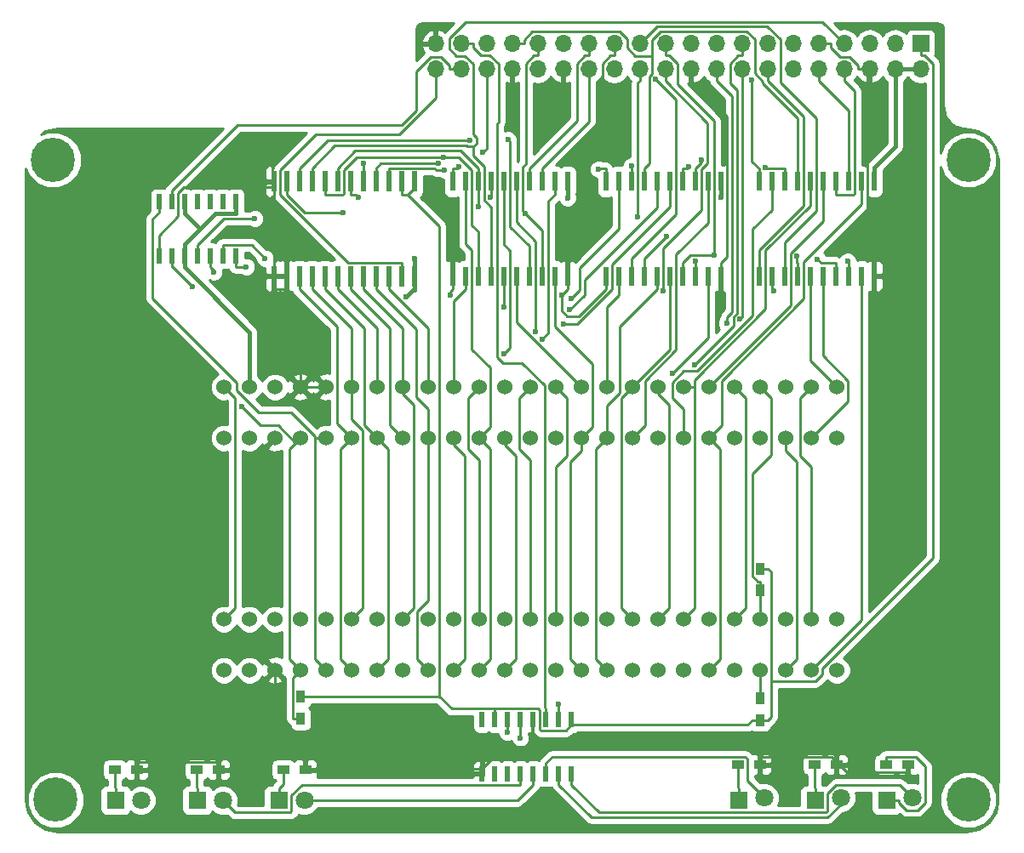
<source format=gbr>
G04 #@! TF.FileFunction,Copper,L2,Bot,Signal*
%FSLAX46Y46*%
G04 Gerber Fmt 4.6, Leading zero omitted, Abs format (unit mm)*
G04 Created by KiCad (PCBNEW 4.0.7) date 08/24/18 01:29:55*
%MOMM*%
%LPD*%
G01*
G04 APERTURE LIST*
%ADD10C,0.100000*%
%ADD11C,4.400000*%
%ADD12C,1.524000*%
%ADD13R,1.700000X1.700000*%
%ADD14O,1.700000X1.700000*%
%ADD15R,1.800000X1.800000*%
%ADD16C,1.800000*%
%ADD17R,1.200000X0.900000*%
%ADD18R,0.900000X1.200000*%
%ADD19R,0.600000X1.950000*%
%ADD20R,0.600000X2.000000*%
%ADD21R,0.600000X1.500000*%
%ADD22C,0.600000*%
%ADD23C,0.250000*%
%ADD24C,0.400000*%
%ADD25C,0.254000*%
G04 APERTURE END LIST*
D10*
D11*
X210300000Y-67310000D03*
X119246000Y-67310000D03*
X119500000Y-131000000D03*
D12*
X197210000Y-113030000D03*
X197210000Y-118110000D03*
X194670000Y-113030000D03*
X194670000Y-118110000D03*
X192130000Y-113030000D03*
X192130000Y-118110000D03*
X189590000Y-113030000D03*
X189590000Y-118110000D03*
X187050000Y-113030000D03*
X187050000Y-118110000D03*
X184510000Y-113030000D03*
X184510000Y-118110000D03*
X181970000Y-113030000D03*
X181970000Y-118110000D03*
X179430000Y-113030000D03*
X179430000Y-118110000D03*
X176890000Y-113030000D03*
X176890000Y-118110000D03*
X174350000Y-113030000D03*
X174350000Y-118110000D03*
X171810000Y-113030000D03*
X171810000Y-118110000D03*
X169270000Y-113030000D03*
X169270000Y-118110000D03*
X166730000Y-113030000D03*
X166730000Y-118110000D03*
X164190000Y-113030000D03*
X164190000Y-118110000D03*
X161650000Y-113030000D03*
X161650000Y-118110000D03*
X159110000Y-113030000D03*
X159110000Y-118110000D03*
X156570000Y-113030000D03*
X156570000Y-118110000D03*
X154030000Y-113030000D03*
X154030000Y-118110000D03*
X151490000Y-113030000D03*
X151490000Y-118110000D03*
X148950000Y-113030000D03*
X148950000Y-118110000D03*
X146410000Y-113030000D03*
X146410000Y-118110000D03*
X143870000Y-113030000D03*
X143870000Y-118110000D03*
X141330000Y-113030000D03*
X141330000Y-118110000D03*
X138790000Y-113030000D03*
X138790000Y-118110000D03*
X136250000Y-113030000D03*
X136250000Y-118110000D03*
X197210000Y-89916000D03*
X197210000Y-94996000D03*
X194670000Y-89916000D03*
X194670000Y-94996000D03*
X192130000Y-89916000D03*
X192130000Y-94996000D03*
X189590000Y-89916000D03*
X189590000Y-94996000D03*
X187050000Y-89916000D03*
X187050000Y-94996000D03*
X184510000Y-89916000D03*
X184510000Y-94996000D03*
X181970000Y-89916000D03*
X181970000Y-94996000D03*
X179430000Y-89916000D03*
X179430000Y-94996000D03*
X176890000Y-89916000D03*
X176890000Y-94996000D03*
X174350000Y-89916000D03*
X174350000Y-94996000D03*
X171810000Y-89916000D03*
X171810000Y-94996000D03*
X169270000Y-89916000D03*
X169270000Y-94996000D03*
X166730000Y-89916000D03*
X166730000Y-94996000D03*
X164190000Y-89916000D03*
X164190000Y-94996000D03*
X161650000Y-89916000D03*
X161650000Y-94996000D03*
X159110000Y-89916000D03*
X159110000Y-94996000D03*
X156570000Y-89916000D03*
X156570000Y-94996000D03*
X154030000Y-89916000D03*
X154030000Y-94996000D03*
X151490000Y-89916000D03*
X151490000Y-94996000D03*
X148950000Y-89916000D03*
X148950000Y-94996000D03*
X146410000Y-89916000D03*
X146410000Y-94996000D03*
X143870000Y-89916000D03*
X143870000Y-94996000D03*
X141330000Y-89916000D03*
X141330000Y-94996000D03*
X138790000Y-89916000D03*
X138790000Y-94996000D03*
X136250000Y-89916000D03*
X136250000Y-94996000D03*
D13*
X205572000Y-55727600D03*
D14*
X205572000Y-58267600D03*
X203032000Y-55727600D03*
X203032000Y-58267600D03*
X200492000Y-55727600D03*
X200492000Y-58267600D03*
X197952000Y-55727600D03*
X197952000Y-58267600D03*
X195412000Y-55727600D03*
X195412000Y-58267600D03*
X192872000Y-55727600D03*
X192872000Y-58267600D03*
X190332000Y-55727600D03*
X190332000Y-58267600D03*
X187792000Y-55727600D03*
X187792000Y-58267600D03*
X185252000Y-55727600D03*
X185252000Y-58267600D03*
X182712000Y-55727600D03*
X182712000Y-58267600D03*
X180172000Y-55727600D03*
X180172000Y-58267600D03*
X177632000Y-55727600D03*
X177632000Y-58267600D03*
X175092000Y-55727600D03*
X175092000Y-58267600D03*
X172552000Y-55727600D03*
X172552000Y-58267600D03*
X170012000Y-55727600D03*
X170012000Y-58267600D03*
X167472000Y-55727600D03*
X167472000Y-58267600D03*
X164932000Y-55727600D03*
X164932000Y-58267600D03*
X162392000Y-55727600D03*
X162392000Y-58267600D03*
X159852000Y-55727600D03*
X159852000Y-58267600D03*
X157312000Y-55727600D03*
X157312000Y-58267600D03*
D15*
X202184000Y-131064000D03*
D16*
X204724000Y-130810000D03*
D15*
X195072000Y-131064000D03*
D16*
X197612000Y-130810000D03*
D15*
X133604000Y-131064000D03*
D16*
X136144000Y-131064000D03*
D15*
X141732000Y-131064000D03*
D16*
X144272000Y-131064000D03*
D15*
X187452000Y-131064000D03*
D16*
X189992000Y-130810000D03*
D15*
X125476000Y-131064000D03*
D16*
X128016000Y-131064000D03*
D17*
X202100000Y-127508000D03*
X204300000Y-127508000D03*
X194988000Y-127508000D03*
X197188000Y-127508000D03*
X133520000Y-128016000D03*
X135720000Y-128016000D03*
X142156000Y-128016000D03*
X144356000Y-128016000D03*
X187368000Y-127508000D03*
X189568000Y-127508000D03*
X125392000Y-128016000D03*
X127592000Y-128016000D03*
D18*
X189611000Y-123063000D03*
X189611000Y-120863000D03*
X143891000Y-120736000D03*
X143891000Y-122936000D03*
X189611000Y-107993000D03*
X189611000Y-110193000D03*
D19*
X185674000Y-78868000D03*
X184404000Y-78868000D03*
X183134000Y-78868000D03*
X181864000Y-78868000D03*
X180594000Y-78868000D03*
X179324000Y-78868000D03*
X178054000Y-78868000D03*
X176784000Y-78868000D03*
X175514000Y-78868000D03*
X174244000Y-78868000D03*
X174244000Y-69468000D03*
X175514000Y-69468000D03*
X176784000Y-69468000D03*
X178054000Y-69468000D03*
X179324000Y-69468000D03*
X180594000Y-69468000D03*
X181864000Y-69468000D03*
X183134000Y-69468000D03*
X184404000Y-69468000D03*
X185674000Y-69468000D03*
X170434000Y-78868000D03*
X169164000Y-78868000D03*
X167894000Y-78868000D03*
X166624000Y-78868000D03*
X165354000Y-78868000D03*
X164084000Y-78868000D03*
X162814000Y-78868000D03*
X161544000Y-78868000D03*
X160274000Y-78868000D03*
X159004000Y-78868000D03*
X159004000Y-69468000D03*
X160274000Y-69468000D03*
X161544000Y-69468000D03*
X162814000Y-69468000D03*
X164084000Y-69468000D03*
X165354000Y-69468000D03*
X166624000Y-69468000D03*
X167894000Y-69468000D03*
X169164000Y-69468000D03*
X170434000Y-69468000D03*
X200914000Y-78868000D03*
X199644000Y-78868000D03*
X198374000Y-78868000D03*
X197104000Y-78868000D03*
X195834000Y-78868000D03*
X194564000Y-78868000D03*
X193294000Y-78868000D03*
X192024000Y-78868000D03*
X190754000Y-78868000D03*
X189484000Y-78868000D03*
X189484000Y-69468000D03*
X190754000Y-69468000D03*
X192024000Y-69468000D03*
X193294000Y-69468000D03*
X194564000Y-69468000D03*
X195834000Y-69468000D03*
X197104000Y-69468000D03*
X198374000Y-69468000D03*
X199644000Y-69468000D03*
X200914000Y-69468000D03*
D20*
X155194000Y-78868000D03*
X153924000Y-78868000D03*
X152654000Y-78868000D03*
X151384000Y-78868000D03*
X150114000Y-78868000D03*
X148844000Y-78868000D03*
X147574000Y-78868000D03*
X146304000Y-78868000D03*
X145034000Y-78868000D03*
X143764000Y-78868000D03*
X142494000Y-78868000D03*
X141224000Y-78868000D03*
X141224000Y-69468000D03*
X142494000Y-69468000D03*
X143764000Y-69468000D03*
X145034000Y-69468000D03*
X146304000Y-69468000D03*
X147574000Y-69468000D03*
X148844000Y-69468000D03*
X150114000Y-69468000D03*
X151384000Y-69468000D03*
X152654000Y-69468000D03*
X153924000Y-69468000D03*
X155194000Y-69468000D03*
D21*
X137414000Y-76868000D03*
X136144000Y-76868000D03*
X134874000Y-76868000D03*
X133604000Y-76868000D03*
X132334000Y-76868000D03*
X131064000Y-76868000D03*
X129794000Y-76868000D03*
X129794000Y-71468000D03*
X131064000Y-71468000D03*
X132334000Y-71468000D03*
X133604000Y-71468000D03*
X134874000Y-71468000D03*
X136144000Y-71468000D03*
X137414000Y-71468000D03*
D11*
X210300000Y-131000000D03*
D21*
X170815000Y-128430000D03*
X169545000Y-128430000D03*
X168275000Y-128430000D03*
X167005000Y-128430000D03*
X165735000Y-128430000D03*
X164465000Y-128430000D03*
X163195000Y-128430000D03*
X161925000Y-128430000D03*
X161925000Y-123030000D03*
X163195000Y-123030000D03*
X164465000Y-123030000D03*
X165735000Y-123030000D03*
X167005000Y-123030000D03*
X168275000Y-123030000D03*
X169545000Y-123030000D03*
X170815000Y-123030000D03*
D22*
X158742500Y-80799200D03*
X169834400Y-80799200D03*
X185654800Y-70994800D03*
X170434000Y-71077600D03*
X155194000Y-77147700D03*
X154363900Y-80923600D03*
X149650900Y-71065100D03*
X162752600Y-71065100D03*
X148116000Y-72570200D03*
X166234200Y-72642700D03*
X164485600Y-65311200D03*
X160727500Y-65366000D03*
X150114000Y-67685300D03*
X157613500Y-67663900D03*
X161544000Y-71942800D03*
X158120200Y-67038600D03*
X138481700Y-77946900D03*
X140334700Y-77094000D03*
X190952400Y-80347300D03*
X135257400Y-78472300D03*
X186272200Y-83560200D03*
X133116200Y-79920000D03*
X170781100Y-81090900D03*
X180878600Y-88546900D03*
X169994200Y-83691300D03*
X170638800Y-82222500D03*
X167915800Y-85132800D03*
X167249300Y-84442600D03*
X164085500Y-86627600D03*
X164086600Y-81972300D03*
X198295200Y-77389700D03*
X183134000Y-77391900D03*
X177428700Y-72987300D03*
X180239900Y-74911900D03*
X193267900Y-76863100D03*
X179211300Y-59256400D03*
X183746600Y-67311200D03*
X176784000Y-67927200D03*
X190115200Y-68074700D03*
X195281100Y-77193700D03*
X184984000Y-76751800D03*
X182499000Y-68007400D03*
X169545000Y-121459900D03*
X188779900Y-59319700D03*
X158172700Y-68289300D03*
X137998800Y-91848500D03*
X187592000Y-83172200D03*
X165735000Y-124893300D03*
X179959000Y-80348900D03*
X139327700Y-73144600D03*
X159651400Y-68025600D03*
X162023900Y-66576400D03*
X173488800Y-68238600D03*
X164465000Y-124319100D03*
X183072200Y-87681700D03*
D23*
X199316700Y-57900200D02*
X199316700Y-58267600D01*
X198508800Y-57092300D02*
X199316700Y-57900200D01*
X197584600Y-57092300D02*
X198508800Y-57092300D01*
X196587300Y-56095000D02*
X197584600Y-57092300D01*
X196587300Y-55727600D02*
X196587300Y-56095000D01*
X195412000Y-55727600D02*
X196587300Y-55727600D01*
X144356000Y-128016000D02*
X144356000Y-127240700D01*
X200268100Y-58267600D02*
X200269400Y-58267600D01*
X143870000Y-89916000D02*
X146410000Y-89916000D01*
X189484000Y-78868000D02*
X189484000Y-77567700D01*
X159004000Y-78868000D02*
X159004000Y-80168300D01*
X200492000Y-58267600D02*
X200380700Y-58267600D01*
X200380700Y-58267600D02*
X200288600Y-58267600D01*
X200288600Y-58267600D02*
X200269400Y-58267600D01*
X141224000Y-80057600D02*
X141224000Y-80147200D01*
X141224000Y-80147200D02*
X141224000Y-80193300D01*
X190332000Y-58267600D02*
X190332000Y-59442900D01*
X170434000Y-78868000D02*
X170434000Y-77567700D01*
X175092000Y-55727600D02*
X175092000Y-56902900D01*
X141224000Y-69468000D02*
X141224000Y-70042900D01*
X129794000Y-74812600D02*
X129794000Y-76868000D01*
X131708600Y-72898000D02*
X129794000Y-74812600D01*
X131708600Y-70580600D02*
X131708600Y-72898000D01*
X132246300Y-70042900D02*
X131708600Y-70580600D01*
X141224000Y-70042900D02*
X132246300Y-70042900D01*
X141224000Y-78868400D02*
X141224000Y-80057600D01*
X141224000Y-78868400D02*
X141224000Y-78868000D01*
X161925000Y-128430000D02*
X161925000Y-127892300D01*
X145405000Y-127892300D02*
X145281300Y-128016000D01*
X161925000Y-127892300D02*
X145405000Y-127892300D01*
X144356000Y-128016000D02*
X145281300Y-128016000D01*
X167005000Y-123030000D02*
X167005000Y-124105300D01*
X172341300Y-75660400D02*
X170434000Y-77567700D01*
X172341300Y-67202200D02*
X172341300Y-75660400D01*
X173916700Y-65626800D02*
X172341300Y-67202200D01*
X173916700Y-57710800D02*
X173916700Y-65626800D01*
X174724600Y-56902900D02*
X173916700Y-57710800D01*
X175092000Y-56902900D02*
X174724600Y-56902900D01*
X141224000Y-80193300D02*
X142494000Y-80193300D01*
X142494000Y-78868000D02*
X142494000Y-80193300D01*
X143870000Y-81569300D02*
X143870000Y-89916000D01*
X142494000Y-80193300D02*
X143870000Y-81569300D01*
X189484000Y-76316500D02*
X189484000Y-77567700D01*
X193919400Y-71881100D02*
X189484000Y-76316500D01*
X193919400Y-63030300D02*
X193919400Y-71881100D01*
X190332000Y-59442900D02*
X193919400Y-63030300D01*
X200268100Y-58267600D02*
X199792400Y-58267600D01*
X199792400Y-58267600D02*
X199316700Y-58267600D01*
X200288700Y-76942400D02*
X200914000Y-77567700D01*
X200288700Y-58763900D02*
X200288700Y-76942400D01*
X199792400Y-58267600D02*
X200288700Y-58763900D01*
X200914000Y-78868000D02*
X200914000Y-77567700D01*
X141224000Y-77542700D02*
X141224000Y-70042900D01*
X141224000Y-78868000D02*
X141224000Y-77542700D01*
X197188000Y-127508000D02*
X197188000Y-127232900D01*
X198238400Y-128283300D02*
X204300000Y-128283300D01*
X197188000Y-127232900D02*
X198238400Y-128283300D01*
X204300000Y-127508000D02*
X204300000Y-128283300D01*
X189568000Y-127508000D02*
X189568000Y-126732700D01*
X167005000Y-125473100D02*
X167005000Y-124105300D01*
X166772900Y-125705200D02*
X167005000Y-125473100D01*
X164112100Y-125705200D02*
X166772900Y-125705200D01*
X161925000Y-127892300D02*
X164112100Y-125705200D01*
X188308400Y-125473100D02*
X189568000Y-126732700D01*
X167005000Y-125473100D02*
X188308400Y-125473100D01*
X196687800Y-126732700D02*
X197188000Y-127232900D01*
X189568000Y-126732700D02*
X196687800Y-126732700D01*
X186299300Y-76942400D02*
X185674000Y-77567700D01*
X186299300Y-63030200D02*
X186299300Y-76942400D01*
X182712000Y-59442900D02*
X186299300Y-63030200D01*
X182712000Y-58267600D02*
X182712000Y-59442900D01*
X185674000Y-78868000D02*
X185674000Y-77567700D01*
X138746000Y-124214700D02*
X135720000Y-127240700D01*
X141330000Y-124214700D02*
X138746000Y-124214700D01*
X141330000Y-118110000D02*
X141330000Y-124214700D01*
X141330000Y-124214700D02*
X144356000Y-127240700D01*
X135720000Y-128016000D02*
X135720000Y-127240700D01*
X127592000Y-127240700D02*
X135720000Y-127240700D01*
X127592000Y-128016000D02*
X127592000Y-127240700D01*
X158742500Y-80429800D02*
X158742500Y-80799200D01*
X159004000Y-80168300D02*
X158742500Y-80429800D01*
X170434000Y-78868000D02*
X170434000Y-80168300D01*
X174244000Y-78868000D02*
X174244000Y-80168300D01*
X171543500Y-82868800D02*
X174244000Y-80168300D01*
X170397700Y-82868800D02*
X171543500Y-82868800D01*
X169834400Y-82305500D02*
X170397700Y-82868800D01*
X169834400Y-80799200D02*
X169834400Y-82305500D01*
X169834500Y-80799200D02*
X169834400Y-80799200D01*
X169834500Y-80767800D02*
X169834500Y-80799200D01*
X170434000Y-80168300D02*
X169834500Y-80767800D01*
D24*
X200914000Y-69468000D02*
X200914000Y-68092700D01*
X205572000Y-58267600D02*
X204321700Y-58267600D01*
X203032000Y-65974700D02*
X203032000Y-58267600D01*
X200914000Y-68092700D02*
X203032000Y-65974700D01*
X203032000Y-58267600D02*
X204321700Y-58267600D01*
X185674000Y-69468000D02*
X185674000Y-70843300D01*
X170434000Y-69468000D02*
X170434000Y-71077600D01*
X185674000Y-70975600D02*
X185654800Y-70994800D01*
X185674000Y-70843300D02*
X185674000Y-70975600D01*
X155194000Y-78868000D02*
X155194000Y-77467700D01*
X155194000Y-77467700D02*
X155194000Y-77147700D01*
X138790000Y-84474300D02*
X132334000Y-78018300D01*
X138790000Y-89916000D02*
X138790000Y-84474300D01*
X132334000Y-76868000D02*
X132334000Y-78018300D01*
X155019200Y-80268300D02*
X155194000Y-80268300D01*
X154363900Y-80923600D02*
X155019200Y-80268300D01*
X155194000Y-78868000D02*
X155194000Y-80268300D01*
X137414000Y-71468000D02*
X137414000Y-72618300D01*
X132334000Y-76868000D02*
X132334000Y-75717700D01*
X132334000Y-71468000D02*
X132334000Y-72618300D01*
X132334000Y-72618300D02*
X133883700Y-74168000D01*
X135433400Y-72618300D02*
X133883700Y-74168000D01*
X137414000Y-72618300D02*
X135433400Y-72618300D01*
X133883700Y-74168000D02*
X132334000Y-75717700D01*
D23*
X162814000Y-71003700D02*
X162814000Y-69468000D01*
X162752600Y-71065100D02*
X162814000Y-71003700D01*
X148844000Y-69468000D02*
X148844000Y-70793300D01*
X149379100Y-70793300D02*
X149650900Y-71065100D01*
X148844000Y-70793300D02*
X149379100Y-70793300D01*
X162814000Y-78868000D02*
X162814000Y-77567700D01*
X145034000Y-69468000D02*
X145034000Y-68142700D01*
X160468500Y-65991300D02*
X161027400Y-65991300D01*
X160381000Y-65903800D02*
X160468500Y-65991300D01*
X147272900Y-65903800D02*
X160381000Y-65903800D01*
X145034000Y-68142700D02*
X147272900Y-65903800D01*
X161352800Y-65665900D02*
X161027400Y-65991300D01*
X161352800Y-65106900D02*
X161352800Y-65665900D01*
X161027400Y-64781500D02*
X161352800Y-65106900D01*
X161027400Y-57742000D02*
X161027400Y-64781500D01*
X160249600Y-56964200D02*
X161027400Y-57742000D01*
X159404400Y-56964200D02*
X160249600Y-56964200D01*
X158671500Y-56231300D02*
X159404400Y-56964200D01*
X158671500Y-55178900D02*
X158671500Y-56231300D01*
X160286200Y-53564200D02*
X158671500Y-55178900D01*
X195788600Y-53564200D02*
X160286200Y-53564200D01*
X197952000Y-55727600D02*
X195788600Y-53564200D01*
X162814000Y-72010800D02*
X162814000Y-77567700D01*
X162127300Y-71324100D02*
X162814000Y-72010800D01*
X162127300Y-70806100D02*
X162127300Y-71324100D01*
X162188700Y-70744700D02*
X162127300Y-70806100D01*
X162188700Y-68016000D02*
X162188700Y-70744700D01*
X161027400Y-66854700D02*
X162188700Y-68016000D01*
X161027400Y-65991300D02*
X161027400Y-66854700D01*
X167472000Y-55727600D02*
X167472000Y-56902900D01*
X144270900Y-72570200D02*
X148116000Y-72570200D01*
X142494000Y-70793300D02*
X144270900Y-72570200D01*
X167894000Y-74302500D02*
X166234200Y-72642700D01*
X167894000Y-78868000D02*
X167894000Y-74302500D01*
X167104700Y-56902900D02*
X167472000Y-56902900D01*
X166282200Y-57725400D02*
X167104700Y-56902900D01*
X166282200Y-67700900D02*
X166282200Y-57725400D01*
X165998600Y-67984500D02*
X166282200Y-67700900D01*
X165998600Y-72407100D02*
X165998600Y-67984500D01*
X166234200Y-72642700D02*
X165998600Y-72407100D01*
X142494000Y-69468000D02*
X142494000Y-70793300D01*
X164709400Y-65535000D02*
X164485600Y-65311200D01*
X164709400Y-73961500D02*
X164709400Y-65535000D01*
X166624000Y-75876100D02*
X164709400Y-73961500D01*
X166624000Y-78868000D02*
X166624000Y-75876100D01*
X146540700Y-65366000D02*
X160727500Y-65366000D01*
X143764000Y-68142700D02*
X146540700Y-65366000D01*
X143764000Y-69468000D02*
X143764000Y-68142700D01*
X166624000Y-69468000D02*
X166624000Y-68167700D01*
X172552000Y-55727600D02*
X172552000Y-56902900D01*
X172184600Y-56902900D02*
X172552000Y-56902900D01*
X171376700Y-57710800D02*
X172184600Y-56902900D01*
X171376700Y-63415000D02*
X171376700Y-57710800D01*
X166624000Y-68167700D02*
X171376700Y-63415000D01*
X150114000Y-69468000D02*
X150114000Y-68142700D01*
X150114000Y-68142700D02*
X150114000Y-67685300D01*
X172552000Y-58267600D02*
X172552000Y-59442900D01*
X167894000Y-69468000D02*
X167894000Y-68167700D01*
X172552000Y-63509700D02*
X172552000Y-59442900D01*
X167894000Y-68167700D02*
X172552000Y-63509700D01*
X151384000Y-69468000D02*
X151384000Y-68142700D01*
X151862800Y-67663900D02*
X157613500Y-67663900D01*
X151384000Y-68142700D02*
X151862800Y-67663900D01*
X161544000Y-69468000D02*
X161544000Y-71942800D01*
X159783800Y-66407500D02*
X161544000Y-68167700D01*
X149309200Y-66407500D02*
X159783800Y-66407500D01*
X147574000Y-68142700D02*
X149309200Y-66407500D01*
X147574000Y-69468000D02*
X147574000Y-68142700D01*
X161544000Y-69468000D02*
X161544000Y-68167700D01*
X146304000Y-69468000D02*
X146304000Y-70793300D01*
X149489200Y-67038600D02*
X158120200Y-67038600D01*
X148211000Y-68316800D02*
X149489200Y-67038600D01*
X148211000Y-70648400D02*
X148211000Y-68316800D01*
X148066100Y-70793300D02*
X148211000Y-70648400D01*
X146304000Y-70793300D02*
X148066100Y-70793300D01*
X161544000Y-74432600D02*
X161544000Y-78868000D01*
X160899300Y-73787900D02*
X161544000Y-74432600D01*
X160899300Y-68308800D02*
X160899300Y-73787900D01*
X159629100Y-67038600D02*
X160899300Y-68308800D01*
X158120200Y-67038600D02*
X159629100Y-67038600D01*
X194564000Y-87270000D02*
X194564000Y-78868000D01*
X197210000Y-89916000D02*
X194564000Y-87270000D01*
X138478100Y-77943300D02*
X138481700Y-77946900D01*
X137414000Y-77943300D02*
X138478100Y-77943300D01*
X137414000Y-76868000D02*
X137414000Y-77943300D01*
X139033400Y-75792700D02*
X140334700Y-77094000D01*
X136144000Y-75792700D02*
X139033400Y-75792700D01*
X190773400Y-80168300D02*
X190754000Y-80168300D01*
X190952400Y-80347300D02*
X190773400Y-80168300D01*
X190754000Y-78868000D02*
X190754000Y-80168300D01*
X136144000Y-76868000D02*
X136144000Y-75792700D01*
X194670000Y-97854500D02*
X194670000Y-113030000D01*
X193578900Y-96763400D02*
X194670000Y-97854500D01*
X193578900Y-91007100D02*
X193578900Y-96763400D01*
X194670000Y-89916000D02*
X193578900Y-91007100D01*
X135257400Y-78326700D02*
X135257400Y-78472300D01*
X134874000Y-77943300D02*
X135257400Y-78326700D01*
X134874000Y-76868000D02*
X134874000Y-77943300D01*
X199644000Y-113136000D02*
X194670000Y-118110000D01*
X199644000Y-78868000D02*
X199644000Y-113136000D01*
X193241200Y-116998800D02*
X192130000Y-118110000D01*
X193241200Y-97380800D02*
X193241200Y-116998800D01*
X192130000Y-96269600D02*
X193241200Y-97380800D01*
X192130000Y-94996000D02*
X192130000Y-96269600D01*
X189611000Y-120863000D02*
X189611000Y-119937700D01*
X185252000Y-58267600D02*
X185252000Y-59442900D01*
X189590000Y-119916700D02*
X189590000Y-118110000D01*
X189611000Y-119937700D02*
X189590000Y-119916700D01*
X186764000Y-60954900D02*
X185252000Y-59442900D01*
X186764000Y-82479000D02*
X186764000Y-60954900D01*
X186272200Y-82970800D02*
X186764000Y-82479000D01*
X186272200Y-83560200D02*
X186272200Y-82970800D01*
X188147300Y-111932700D02*
X187050000Y-113030000D01*
X188147300Y-91013300D02*
X188147300Y-111932700D01*
X187050000Y-89916000D02*
X188147300Y-91013300D01*
X192649400Y-81776600D02*
X184510000Y-89916000D01*
X192649400Y-77128900D02*
X192649400Y-81776600D01*
X192642600Y-77122100D02*
X192649400Y-77128900D01*
X192642600Y-76604100D02*
X192642600Y-77122100D01*
X195834000Y-73412700D02*
X192642600Y-76604100D01*
X195834000Y-69468000D02*
X195834000Y-73412700D01*
X185627100Y-116992900D02*
X184510000Y-118110000D01*
X185627100Y-96113100D02*
X185627100Y-116992900D01*
X184510000Y-94996000D02*
X185627100Y-96113100D01*
X185780000Y-93726000D02*
X184510000Y-94996000D01*
X185780000Y-89282900D02*
X185780000Y-93726000D01*
X193938600Y-81124300D02*
X185780000Y-89282900D01*
X193938600Y-77440500D02*
X193938600Y-81124300D01*
X199644000Y-71735100D02*
X193938600Y-77440500D01*
X199644000Y-69468000D02*
X199644000Y-71735100D01*
X194564000Y-69468000D02*
X194564000Y-70768300D01*
X183081200Y-111918800D02*
X181970000Y-113030000D01*
X183081200Y-89916000D02*
X183081200Y-111918800D01*
X181970000Y-89916000D02*
X183081200Y-89916000D01*
X194564000Y-71873400D02*
X194564000Y-70768300D01*
X190128600Y-76308800D02*
X194564000Y-71873400D01*
X190128600Y-82162800D02*
X190128600Y-76308800D01*
X183081200Y-89210200D02*
X190128600Y-82162800D01*
X183081200Y-89916000D02*
X183081200Y-89210200D01*
X181970000Y-92137700D02*
X181970000Y-94996000D01*
X180878900Y-91046600D02*
X181970000Y-92137700D01*
X180878900Y-89450200D02*
X180878900Y-91046600D01*
X182000900Y-88328200D02*
X180878900Y-89450200D01*
X183326300Y-88328200D02*
X182000900Y-88328200D01*
X188851500Y-82803000D02*
X183326300Y-88328200D01*
X188851500Y-74175100D02*
X188851500Y-82803000D01*
X190754000Y-72272600D02*
X188851500Y-74175100D01*
X190754000Y-69468000D02*
X190754000Y-72272600D01*
X180541200Y-111918800D02*
X179430000Y-113030000D01*
X180541200Y-91664000D02*
X180541200Y-111918800D01*
X179430000Y-90552800D02*
X180541200Y-91664000D01*
X179430000Y-89916000D02*
X179430000Y-90552800D01*
X131064000Y-76868000D02*
X131064000Y-77943300D01*
X131139500Y-77943300D02*
X133116200Y-79920000D01*
X131064000Y-77943300D02*
X131139500Y-77943300D01*
X175801000Y-111941000D02*
X176890000Y-113030000D01*
X175801000Y-91005000D02*
X175801000Y-111941000D01*
X176890000Y-89916000D02*
X175801000Y-91005000D01*
X180594000Y-86212000D02*
X176890000Y-89916000D01*
X180594000Y-78868000D02*
X180594000Y-86212000D01*
X184404000Y-73557900D02*
X184404000Y-69468000D01*
X181238600Y-76723300D02*
X184404000Y-73557900D01*
X181238600Y-86204300D02*
X181238600Y-76723300D01*
X178160000Y-89282900D02*
X181238600Y-86204300D01*
X178160000Y-93726000D02*
X178160000Y-89282900D01*
X176890000Y-94996000D02*
X178160000Y-93726000D01*
X175514000Y-78868000D02*
X175514000Y-80168300D01*
X175514000Y-80805200D02*
X175514000Y-80168300D01*
X174350000Y-81969200D02*
X175514000Y-80805200D01*
X174350000Y-89916000D02*
X174350000Y-81969200D01*
X179324000Y-78868000D02*
X179324000Y-80168300D01*
X174350000Y-91812300D02*
X174350000Y-94996000D01*
X175620000Y-90542300D02*
X174350000Y-91812300D01*
X175620000Y-83872300D02*
X175620000Y-90542300D01*
X179324000Y-80168300D02*
X175620000Y-83872300D01*
X173238700Y-116998700D02*
X174350000Y-118110000D01*
X173238700Y-96107300D02*
X173238700Y-116998700D01*
X174350000Y-94996000D02*
X173238700Y-96107300D01*
X165354000Y-83460000D02*
X171810000Y-89916000D01*
X165354000Y-80168300D02*
X165354000Y-83460000D01*
X165354000Y-78868000D02*
X165354000Y-80168300D01*
X172901000Y-93905000D02*
X171810000Y-94996000D01*
X172901000Y-87602000D02*
X172901000Y-93905000D01*
X169164000Y-83865000D02*
X172901000Y-87602000D01*
X169164000Y-78868000D02*
X169164000Y-83865000D01*
X171810000Y-96269800D02*
X171810000Y-94996000D01*
X170698700Y-97381100D02*
X171810000Y-96269800D01*
X170698700Y-116998700D02*
X170698700Y-97381100D01*
X171810000Y-118110000D02*
X170698700Y-116998700D01*
X171597600Y-80274400D02*
X170781100Y-81090900D01*
X171597600Y-78094300D02*
X171597600Y-80274400D01*
X175514000Y-74177900D02*
X171597600Y-78094300D01*
X175514000Y-69468000D02*
X175514000Y-74177900D01*
X169270000Y-97854600D02*
X169270000Y-113030000D01*
X170361000Y-96763600D02*
X169270000Y-97854600D01*
X170361000Y-91007000D02*
X170361000Y-96763600D01*
X169270000Y-89916000D02*
X170361000Y-91007000D01*
X184404000Y-78868000D02*
X184404000Y-80168300D01*
X184404000Y-85021500D02*
X180878600Y-88546900D01*
X184404000Y-80168300D02*
X184404000Y-85021500D01*
X166730000Y-97217700D02*
X166730000Y-113030000D01*
X165638900Y-96126600D02*
X166730000Y-97217700D01*
X165638900Y-91007100D02*
X165638900Y-96126600D01*
X166730000Y-89916000D02*
X165638900Y-91007100D01*
X171378700Y-83691300D02*
X169994200Y-83691300D01*
X174869400Y-80200600D02*
X171378700Y-83691300D01*
X174869400Y-77699600D02*
X174869400Y-80200600D01*
X180594000Y-71975000D02*
X174869400Y-77699600D01*
X180594000Y-69468000D02*
X180594000Y-71975000D01*
X179324000Y-69468000D02*
X179324000Y-70768300D01*
X172124100Y-80737200D02*
X170638800Y-82222500D01*
X172124100Y-79233200D02*
X172124100Y-80737200D01*
X179324000Y-72033300D02*
X172124100Y-79233200D01*
X179324000Y-70768300D02*
X179324000Y-72033300D01*
X169164000Y-69468000D02*
X169164000Y-70768300D01*
X168538700Y-84509900D02*
X167915800Y-85132800D01*
X168538700Y-71393600D02*
X168538700Y-84509900D01*
X169164000Y-70768300D02*
X168538700Y-71393600D01*
X165301200Y-116998800D02*
X164190000Y-118110000D01*
X165301200Y-96744000D02*
X165301200Y-116998800D01*
X164190000Y-95632800D02*
X165301200Y-96744000D01*
X164190000Y-94996000D02*
X164190000Y-95632800D01*
X165354000Y-69468000D02*
X165354000Y-70768300D01*
X165354000Y-73509100D02*
X165354000Y-70768300D01*
X167249300Y-75404400D02*
X165354000Y-73509100D01*
X167249300Y-84442600D02*
X167249300Y-75404400D01*
X161650000Y-97217700D02*
X161650000Y-113030000D01*
X160558900Y-96126600D02*
X161650000Y-97217700D01*
X160558900Y-91007100D02*
X160558900Y-96126600D01*
X161650000Y-89916000D02*
X160558900Y-91007100D01*
X164714400Y-85998700D02*
X164085500Y-86627600D01*
X164714400Y-76345500D02*
X164714400Y-85998700D01*
X164084000Y-75715100D02*
X164714400Y-76345500D01*
X164084000Y-69468000D02*
X164084000Y-75715100D01*
X162789500Y-116970500D02*
X161650000Y-118110000D01*
X162789500Y-96135500D02*
X162789500Y-116970500D01*
X161650000Y-94996000D02*
X162789500Y-96135500D01*
X162738900Y-93907100D02*
X161650000Y-94996000D01*
X162738900Y-88002600D02*
X162738900Y-93907100D01*
X160918600Y-86182300D02*
X162738900Y-88002600D01*
X160918600Y-76324300D02*
X160918600Y-86182300D01*
X160274000Y-75679700D02*
X160918600Y-76324300D01*
X160274000Y-69468000D02*
X160274000Y-75679700D01*
X160274000Y-78868000D02*
X160274000Y-80168300D01*
X159110000Y-81332300D02*
X159110000Y-89916000D01*
X160274000Y-80168300D02*
X159110000Y-81332300D01*
X160221200Y-116998800D02*
X159110000Y-118110000D01*
X160221200Y-96744000D02*
X160221200Y-116998800D01*
X159110000Y-95632800D02*
X160221200Y-96744000D01*
X159110000Y-94996000D02*
X159110000Y-95632800D01*
X164086600Y-80170900D02*
X164086600Y-81972300D01*
X164084000Y-80168300D02*
X164086600Y-80170900D01*
X164084000Y-78868000D02*
X164084000Y-80168300D01*
X152654000Y-78868000D02*
X152654000Y-80193300D01*
X156570000Y-84109300D02*
X156570000Y-89916000D01*
X152654000Y-80193300D02*
X156570000Y-84109300D01*
X151384000Y-78868000D02*
X151384000Y-80193300D01*
X156570000Y-92137700D02*
X156570000Y-94996000D01*
X155366300Y-90934000D02*
X156570000Y-92137700D01*
X155366300Y-84175600D02*
X155366300Y-90934000D01*
X151384000Y-80193300D02*
X155366300Y-84175600D01*
X155458700Y-116998700D02*
X156570000Y-118110000D01*
X155458700Y-112238200D02*
X155458700Y-116998700D01*
X156570000Y-111126900D02*
X155458700Y-112238200D01*
X156570000Y-94996000D02*
X156570000Y-111126900D01*
X150114000Y-78868000D02*
X150114000Y-80193300D01*
X154030000Y-84109300D02*
X154030000Y-89916000D01*
X150114000Y-80193300D02*
X154030000Y-84109300D01*
X155141200Y-111918800D02*
X154030000Y-113030000D01*
X155141200Y-91664000D02*
X155141200Y-111918800D01*
X154030000Y-90552800D02*
X155141200Y-91664000D01*
X154030000Y-89916000D02*
X154030000Y-90552800D01*
X148844000Y-78868000D02*
X148844000Y-80193300D01*
X152759900Y-93725900D02*
X154030000Y-94996000D01*
X152759900Y-84109200D02*
X152759900Y-93725900D01*
X148844000Y-80193300D02*
X152759900Y-84109200D01*
X151490000Y-84109300D02*
X151490000Y-89916000D01*
X147574000Y-80193300D02*
X151490000Y-84109300D01*
X147574000Y-78868000D02*
X147574000Y-80193300D01*
X152617100Y-96123100D02*
X151490000Y-94996000D01*
X152617100Y-116982900D02*
X152617100Y-96123100D01*
X151490000Y-118110000D02*
X152617100Y-116982900D01*
X150220000Y-93726000D02*
X151490000Y-94996000D01*
X150220000Y-84109300D02*
X150220000Y-93726000D01*
X146304000Y-80193300D02*
X150220000Y-84109300D01*
X146304000Y-78868000D02*
X146304000Y-80193300D01*
X145034000Y-78868000D02*
X145034000Y-80193300D01*
X148950000Y-93092900D02*
X148950000Y-89916000D01*
X150061200Y-94204100D02*
X148950000Y-93092900D01*
X150061200Y-111918800D02*
X150061200Y-94204100D01*
X148950000Y-113030000D02*
X150061200Y-111918800D01*
X148950000Y-84109300D02*
X148950000Y-89916000D01*
X145034000Y-80193300D02*
X148950000Y-84109300D01*
X147856700Y-117016700D02*
X148950000Y-118110000D01*
X147856700Y-96089300D02*
X147856700Y-117016700D01*
X148950000Y-94996000D02*
X147856700Y-96089300D01*
X143764000Y-78868000D02*
X143764000Y-80193300D01*
X147497400Y-93543400D02*
X148950000Y-94996000D01*
X147497400Y-83926700D02*
X147497400Y-93543400D01*
X143764000Y-80193300D02*
X147497400Y-83926700D01*
X129794000Y-71468000D02*
X129794000Y-72543300D01*
X145298700Y-116998700D02*
X146410000Y-118110000D01*
X145298700Y-94996000D02*
X145298700Y-116998700D01*
X145298600Y-94996000D02*
X145298700Y-94996000D01*
X145298600Y-94857100D02*
X145298600Y-94996000D01*
X142897500Y-92456000D02*
X145298600Y-94857100D01*
X139746600Y-92456000D02*
X142897500Y-92456000D01*
X137520000Y-90229400D02*
X139746600Y-92456000D01*
X137520000Y-89461800D02*
X137520000Y-90229400D01*
X129168700Y-81110500D02*
X137520000Y-89461800D01*
X129168700Y-73168600D02*
X129168700Y-81110500D01*
X129794000Y-72543300D02*
X129168700Y-73168600D01*
X145298700Y-94996000D02*
X146410000Y-94996000D01*
X137361200Y-111918800D02*
X136250000Y-113030000D01*
X137361200Y-91027200D02*
X137361200Y-111918800D01*
X136250000Y-89916000D02*
X137361200Y-91027200D01*
X189611000Y-123063000D02*
X190386300Y-123063000D01*
X189611000Y-107993000D02*
X190386300Y-107993000D01*
X205572000Y-55727600D02*
X205572000Y-56902900D01*
X205939400Y-56902900D02*
X205572000Y-56902900D01*
X206747300Y-57710800D02*
X205939400Y-56902900D01*
X206747300Y-106970200D02*
X206747300Y-57710800D01*
X195780700Y-117936800D02*
X206747300Y-106970200D01*
X195780700Y-118537200D02*
X195780700Y-117936800D01*
X195100500Y-119217400D02*
X195780700Y-118537200D01*
X190700800Y-119217400D02*
X195100500Y-119217400D01*
X190700800Y-122748500D02*
X190700800Y-119217400D01*
X190386300Y-123063000D02*
X190700800Y-122748500D01*
X190700800Y-108307500D02*
X190386300Y-107993000D01*
X190700800Y-119217400D02*
X190700800Y-108307500D01*
X170815000Y-123030000D02*
X170815000Y-123567600D01*
X189611000Y-123063000D02*
X188835700Y-123063000D01*
X155194000Y-69468000D02*
X155194000Y-70130600D01*
X153924000Y-69468000D02*
X153924000Y-70793300D01*
X163195000Y-123030000D02*
X163195000Y-121954700D01*
X143891000Y-120736000D02*
X144666300Y-120736000D01*
X155194000Y-70130600D02*
X154531300Y-70793300D01*
X154531300Y-70793300D02*
X153924000Y-70793300D01*
X188331100Y-123567600D02*
X170815000Y-123567600D01*
X188835700Y-123063000D02*
X188331100Y-123567600D01*
X167477500Y-121954700D02*
X163195000Y-121954700D01*
X167649600Y-122126800D02*
X167477500Y-121954700D01*
X167649600Y-123985100D02*
X167649600Y-122126800D01*
X167769900Y-124105400D02*
X167649600Y-123985100D01*
X170277200Y-124105400D02*
X167769900Y-124105400D01*
X170815000Y-123567600D02*
X170277200Y-124105400D01*
X157684900Y-120736000D02*
X144666300Y-120736000D01*
X158903600Y-121954700D02*
X157684900Y-120736000D01*
X163195000Y-121954700D02*
X158903600Y-121954700D01*
X157684900Y-73946900D02*
X154531300Y-70793300D01*
X157684900Y-120736000D02*
X157684900Y-73946900D01*
X183134000Y-78868000D02*
X183134000Y-77567700D01*
X198374000Y-78868000D02*
X198374000Y-77567700D01*
X198295200Y-77488900D02*
X198295200Y-77389700D01*
X198374000Y-77567700D02*
X198295200Y-77488900D01*
X183134000Y-77567700D02*
X183134000Y-77391900D01*
X177632000Y-58267600D02*
X177632000Y-59442900D01*
X177428700Y-59646200D02*
X177428700Y-72987300D01*
X177632000Y-59442900D02*
X177428700Y-59646200D01*
X178054000Y-77097800D02*
X180239900Y-74911900D01*
X178054000Y-78868000D02*
X178054000Y-77097800D01*
X193267900Y-77541600D02*
X193267900Y-76863100D01*
X193294000Y-77567700D02*
X193267900Y-77541600D01*
X193294000Y-78868000D02*
X193294000Y-77567700D01*
X179345100Y-54014500D02*
X177632000Y-55727600D01*
X190305700Y-54014500D02*
X179345100Y-54014500D01*
X191602000Y-55310800D02*
X190305700Y-54014500D01*
X191602000Y-59593200D02*
X191602000Y-55310800D01*
X195189400Y-63180600D02*
X191602000Y-59593200D01*
X195189400Y-72357400D02*
X195189400Y-63180600D01*
X192024000Y-75522800D02*
X195189400Y-72357400D01*
X192024000Y-78868000D02*
X192024000Y-75522800D01*
X176784000Y-77157700D02*
X176784000Y-78868000D01*
X181219400Y-72722300D02*
X176784000Y-77157700D01*
X181219400Y-61264500D02*
X181219400Y-72722300D01*
X179211300Y-59256400D02*
X181219400Y-61264500D01*
X198374000Y-62404900D02*
X195412000Y-59442900D01*
X198374000Y-69468000D02*
X198374000Y-62404900D01*
X195412000Y-58267600D02*
X195412000Y-59442900D01*
X183134000Y-69468000D02*
X183134000Y-68167700D01*
X183746600Y-67555100D02*
X183746600Y-67311200D01*
X183134000Y-68167700D02*
X183746600Y-67555100D01*
X176784000Y-69468000D02*
X176784000Y-67927200D01*
X192024000Y-69468000D02*
X192024000Y-68167700D01*
X190208200Y-68167700D02*
X190115200Y-68074700D01*
X192024000Y-68167700D02*
X190208200Y-68167700D01*
X181864000Y-78868000D02*
X181864000Y-77567700D01*
X180172000Y-55727600D02*
X180172000Y-56902900D01*
X180539400Y-56902900D02*
X180172000Y-56902900D01*
X181347300Y-57710800D02*
X180539400Y-56902900D01*
X181347300Y-59762000D02*
X181347300Y-57710800D01*
X185029400Y-63444100D02*
X181347300Y-59762000D01*
X185029400Y-76706400D02*
X185029400Y-63444100D01*
X184984000Y-76751800D02*
X185029400Y-76706400D01*
X195655100Y-77567700D02*
X195281100Y-77193700D01*
X197104000Y-77567700D02*
X195655100Y-77567700D01*
X197104000Y-78868000D02*
X197104000Y-77567700D01*
X182679900Y-76751800D02*
X181864000Y-77567700D01*
X184984000Y-76751800D02*
X182679900Y-76751800D01*
X164932000Y-55727600D02*
X166107300Y-55727600D01*
X166107300Y-55360200D02*
X166107300Y-55727600D01*
X166915200Y-54552300D02*
X166107300Y-55360200D01*
X175659400Y-54552300D02*
X166915200Y-54552300D01*
X176362000Y-55254900D02*
X175659400Y-54552300D01*
X176362000Y-56158500D02*
X176362000Y-55254900D01*
X177148700Y-56945200D02*
X176362000Y-56158500D01*
X178819900Y-56945200D02*
X177148700Y-56945200D01*
X178819900Y-55379500D02*
X178819900Y-56945200D01*
X179680700Y-54518700D02*
X178819900Y-55379500D01*
X188253000Y-54518700D02*
X179680700Y-54518700D01*
X189062000Y-55327700D02*
X188253000Y-54518700D01*
X189062000Y-58688600D02*
X189062000Y-55327700D01*
X189881600Y-59508200D02*
X189062000Y-58688600D01*
X189881600Y-59719300D02*
X189881600Y-59508200D01*
X193294000Y-63131700D02*
X189881600Y-59719300D01*
X193294000Y-69468000D02*
X193294000Y-63131700D01*
X178054000Y-69468000D02*
X178054000Y-68167700D01*
X178577200Y-67644500D02*
X178054000Y-68167700D01*
X178577200Y-59006200D02*
X178577200Y-67644500D01*
X178819900Y-58763500D02*
X178577200Y-59006200D01*
X178819900Y-56945200D02*
X178819900Y-58763500D01*
X198999300Y-60490200D02*
X197952000Y-59442900D01*
X198999300Y-70633200D02*
X198999300Y-60490200D01*
X198864200Y-70768300D02*
X198999300Y-70633200D01*
X197104000Y-70768300D02*
X198864200Y-70768300D01*
X197104000Y-69468000D02*
X197104000Y-70768300D01*
X197952000Y-58267600D02*
X197952000Y-59442900D01*
X182338700Y-68167700D02*
X181864000Y-68167700D01*
X182499000Y-68007400D02*
X182338700Y-68167700D01*
X181864000Y-69468000D02*
X181864000Y-68167700D01*
X203484700Y-129570700D02*
X204724000Y-130810000D01*
X197112200Y-129570700D02*
X203484700Y-129570700D01*
X196297400Y-130385500D02*
X197112200Y-129570700D01*
X196297400Y-132124600D02*
X196297400Y-130385500D01*
X196132600Y-132289400D02*
X196297400Y-132124600D01*
X173599100Y-132289400D02*
X196132600Y-132289400D01*
X170815000Y-129505300D02*
X173599100Y-132289400D01*
X170815000Y-128430000D02*
X170815000Y-129505300D01*
X169545000Y-128430000D02*
X169545000Y-129505300D01*
X197612000Y-131446900D02*
X197612000Y-130810000D01*
X196309300Y-132749600D02*
X197612000Y-131446900D01*
X172789300Y-132749600D02*
X196309300Y-132749600D01*
X169545000Y-129505300D02*
X172789300Y-132749600D01*
X137369400Y-132289400D02*
X136144000Y-131064000D01*
X142851600Y-132289400D02*
X137369400Y-132289400D01*
X142957400Y-132183600D02*
X142851600Y-132289400D01*
X142957400Y-130597000D02*
X142957400Y-132183600D01*
X144049100Y-129505300D02*
X142957400Y-130597000D01*
X165735000Y-129505300D02*
X144049100Y-129505300D01*
X165735000Y-128430000D02*
X165735000Y-129505300D01*
X165446300Y-131064000D02*
X144272000Y-131064000D01*
X167005000Y-129505300D02*
X165446300Y-131064000D01*
X167005000Y-128430000D02*
X167005000Y-129505300D01*
X188293400Y-129111400D02*
X189992000Y-130810000D01*
X188293400Y-126923300D02*
X188293400Y-129111400D01*
X188102800Y-126732700D02*
X188293400Y-126923300D01*
X168897000Y-126732700D02*
X188102800Y-126732700D01*
X168275000Y-127354700D02*
X168897000Y-126732700D01*
X168275000Y-128430000D02*
X168275000Y-127354700D01*
X169545000Y-123030000D02*
X169545000Y-121954700D01*
X169545000Y-121954700D02*
X169545000Y-121459900D01*
X189484000Y-69468000D02*
X189484000Y-68167700D01*
X188779900Y-67463600D02*
X189484000Y-68167700D01*
X188779900Y-59319700D02*
X188779900Y-67463600D01*
X152654000Y-69468000D02*
X152654000Y-68142700D01*
X157354600Y-68289300D02*
X158172700Y-68289300D01*
X157208000Y-68142700D02*
X157354600Y-68289300D01*
X152654000Y-68142700D02*
X157208000Y-68142700D01*
X143891000Y-122936000D02*
X143115700Y-122936000D01*
X143115700Y-118864300D02*
X143870000Y-118110000D01*
X143115700Y-122936000D02*
X143115700Y-118864300D01*
X142767400Y-96098600D02*
X143395000Y-95471000D01*
X142767400Y-117007400D02*
X142767400Y-96098600D01*
X143870000Y-118110000D02*
X142767400Y-117007400D01*
X143395000Y-95471000D02*
X143870000Y-94996000D01*
X139887700Y-93737400D02*
X137998800Y-91848500D01*
X141661300Y-93737400D02*
X139887700Y-93737400D01*
X143395000Y-95471000D02*
X141661300Y-93737400D01*
X165735000Y-123030000D02*
X165735000Y-124893300D01*
X187792000Y-82972200D02*
X187792000Y-59442900D01*
X187592000Y-83172200D02*
X187792000Y-82972200D01*
X187792000Y-58267600D02*
X187792000Y-59442900D01*
X189590000Y-111139300D02*
X189590000Y-113030000D01*
X189611000Y-111118300D02*
X189590000Y-111139300D01*
X189611000Y-110424300D02*
X189611000Y-111118300D01*
X189611000Y-110424300D02*
X189611000Y-110193000D01*
X190701200Y-91027200D02*
X189590000Y-89916000D01*
X190701200Y-96719600D02*
X190701200Y-91027200D01*
X188835400Y-98585400D02*
X190701200Y-96719600D01*
X188835400Y-108729000D02*
X188835400Y-98585400D01*
X189374100Y-109267700D02*
X188835400Y-108729000D01*
X189611000Y-109267700D02*
X189374100Y-109267700D01*
X189611000Y-110193000D02*
X189611000Y-109267700D01*
X180172000Y-58267600D02*
X180172000Y-59442900D01*
X179959000Y-76126700D02*
X179959000Y-80348900D01*
X183771000Y-72314700D02*
X179959000Y-76126700D01*
X183771000Y-68252800D02*
X183771000Y-72314700D01*
X184377000Y-67646800D02*
X183771000Y-68252800D01*
X184377000Y-63647900D02*
X184377000Y-67646800D01*
X180172000Y-59442900D02*
X184377000Y-63647900D01*
X136252100Y-73144600D02*
X139327700Y-73144600D01*
X133604000Y-75792700D02*
X136252100Y-73144600D01*
X133604000Y-76868000D02*
X133604000Y-75792700D01*
X131064000Y-71468000D02*
X131064000Y-70392700D01*
X159852000Y-58267600D02*
X158676700Y-58267600D01*
X137613300Y-63843400D02*
X131064000Y-70392700D01*
X153917200Y-63843400D02*
X137613300Y-63843400D01*
X155402100Y-62358500D02*
X153917200Y-63843400D01*
X155402100Y-58491400D02*
X155402100Y-62358500D01*
X156801200Y-57092300D02*
X155402100Y-58491400D01*
X157868800Y-57092300D02*
X156801200Y-57092300D01*
X158676700Y-57900200D02*
X157868800Y-57092300D01*
X158676700Y-58267600D02*
X158676700Y-57900200D01*
X159004000Y-69468000D02*
X159004000Y-68167700D01*
X174244000Y-69468000D02*
X174244000Y-68167700D01*
X173559700Y-68167700D02*
X173488800Y-68238600D01*
X174244000Y-68167700D02*
X173559700Y-68167700D01*
X162392000Y-66208300D02*
X162023900Y-66576400D01*
X162392000Y-58267600D02*
X162392000Y-66208300D01*
X159509300Y-68167700D02*
X159651400Y-68025600D01*
X159004000Y-68167700D02*
X159509300Y-68167700D01*
X161027300Y-56095000D02*
X161027300Y-55727600D01*
X161835200Y-56902900D02*
X161027300Y-56095000D01*
X162692100Y-56902900D02*
X161835200Y-56902900D01*
X163567400Y-57778200D02*
X162692100Y-56902900D01*
X163567400Y-63569800D02*
X163567400Y-57778200D01*
X163458600Y-63678600D02*
X163567400Y-63569800D01*
X163458600Y-86947700D02*
X163458600Y-63678600D01*
X164018900Y-87508000D02*
X163458600Y-86947700D01*
X165895900Y-87508000D02*
X164018900Y-87508000D01*
X168143900Y-89756000D02*
X165895900Y-87508000D01*
X168143900Y-121823600D02*
X168143900Y-89756000D01*
X168275000Y-121954700D02*
X168143900Y-121823600D01*
X168275000Y-123030000D02*
X168275000Y-121954700D01*
X159852000Y-55727600D02*
X161027300Y-55727600D01*
X187792000Y-55727600D02*
X187792000Y-56902900D01*
X164465000Y-123030000D02*
X164465000Y-124105300D01*
X164465000Y-124105300D02*
X164465000Y-124319100D01*
X187424600Y-56902900D02*
X187792000Y-56902900D01*
X186616700Y-57710800D02*
X187424600Y-56902900D01*
X186616700Y-59687900D02*
X186616700Y-57710800D01*
X187265300Y-60336500D02*
X186616700Y-59687900D01*
X187265300Y-82614600D02*
X187265300Y-60336500D01*
X186966700Y-82913200D02*
X187265300Y-82614600D01*
X186966700Y-83787200D02*
X186966700Y-82913200D01*
X183072200Y-87681700D02*
X186966700Y-83787200D01*
X157312000Y-61100900D02*
X157312000Y-58267600D01*
X153648900Y-64764000D02*
X157312000Y-61100900D01*
X145401600Y-64764000D02*
X153648900Y-64764000D01*
X141868600Y-68297000D02*
X145401600Y-64764000D01*
X141868600Y-70806900D02*
X141868600Y-68297000D01*
X148604400Y-77542700D02*
X141868600Y-70806900D01*
X153924000Y-77542700D02*
X148604400Y-77542700D01*
X153924000Y-78868000D02*
X153924000Y-77542700D01*
X198320700Y-91345300D02*
X194670000Y-94996000D01*
X198320700Y-89302400D02*
X198320700Y-91345300D01*
X195834000Y-86815700D02*
X198320700Y-89302400D01*
X195834000Y-78868000D02*
X195834000Y-86815700D01*
X203409300Y-131307800D02*
X203409300Y-131064000D01*
X204140300Y-132038800D02*
X203409300Y-131307800D01*
X205234600Y-132038800D02*
X204140300Y-132038800D01*
X205997000Y-131276400D02*
X205234600Y-132038800D01*
X205997000Y-127669900D02*
X205997000Y-131276400D01*
X205059800Y-126732700D02*
X205997000Y-127669900D01*
X202100000Y-126732700D02*
X205059800Y-126732700D01*
X202100000Y-127508000D02*
X202100000Y-126732700D01*
X202184000Y-131064000D02*
X203409300Y-131064000D01*
X194988000Y-129754700D02*
X195072000Y-129838700D01*
X194988000Y-127508000D02*
X194988000Y-129754700D01*
X195072000Y-131064000D02*
X195072000Y-129838700D01*
X133520000Y-129754700D02*
X133604000Y-129838700D01*
X133520000Y-128016000D02*
X133520000Y-129754700D01*
X133604000Y-131064000D02*
X133604000Y-129838700D01*
X142156000Y-129414700D02*
X141732000Y-129838700D01*
X142156000Y-128016000D02*
X142156000Y-129414700D01*
X141732000Y-131064000D02*
X141732000Y-129838700D01*
X187368000Y-129754700D02*
X187452000Y-129838700D01*
X187368000Y-127508000D02*
X187368000Y-129754700D01*
X187452000Y-131064000D02*
X187452000Y-129838700D01*
X125392000Y-129754700D02*
X125476000Y-129838700D01*
X125392000Y-128016000D02*
X125392000Y-129754700D01*
X125476000Y-131064000D02*
X125476000Y-129838700D01*
D25*
G36*
X207472979Y-53724478D02*
X207650145Y-53842856D01*
X207768521Y-54020019D01*
X207824000Y-54298931D01*
X207824000Y-61976000D01*
X207837643Y-62044587D01*
X207837643Y-62114514D01*
X207953651Y-62697725D01*
X207975180Y-62749700D01*
X208059664Y-62953664D01*
X208390025Y-63448086D01*
X208494501Y-63552561D01*
X208585915Y-63643975D01*
X209080336Y-63974336D01*
X209204037Y-64025574D01*
X209336276Y-64080349D01*
X209919486Y-64196358D01*
X209920986Y-64196358D01*
X209933997Y-64201246D01*
X211262333Y-64419740D01*
X212285966Y-65055427D01*
X212988414Y-66034455D01*
X213277674Y-67271681D01*
X213278350Y-67310234D01*
X213278350Y-127415077D01*
X213223095Y-131271859D01*
X213029525Y-132245001D01*
X212360546Y-133246202D01*
X211359080Y-133915360D01*
X210114760Y-134164000D01*
X119703931Y-134164000D01*
X118453005Y-133915175D01*
X117451804Y-133246196D01*
X116782646Y-132244730D01*
X116646112Y-131561442D01*
X116664509Y-131561442D01*
X117095202Y-132603801D01*
X117892005Y-133401995D01*
X118933610Y-133834507D01*
X120061442Y-133835491D01*
X121103801Y-133404798D01*
X121901995Y-132607995D01*
X122334507Y-131566390D01*
X122335491Y-130438558D01*
X122222047Y-130164000D01*
X123928560Y-130164000D01*
X123928560Y-131964000D01*
X123972838Y-132199317D01*
X124111910Y-132415441D01*
X124324110Y-132560431D01*
X124576000Y-132611440D01*
X126376000Y-132611440D01*
X126611317Y-132567162D01*
X126827441Y-132428090D01*
X126972431Y-132215890D01*
X126976567Y-132195466D01*
X127145357Y-132364551D01*
X127709330Y-132598733D01*
X128319991Y-132599265D01*
X128884371Y-132366068D01*
X129316551Y-131934643D01*
X129550733Y-131370670D01*
X129551265Y-130760009D01*
X129318068Y-130195629D01*
X129286495Y-130164000D01*
X132056560Y-130164000D01*
X132056560Y-131964000D01*
X132100838Y-132199317D01*
X132239910Y-132415441D01*
X132452110Y-132560431D01*
X132704000Y-132611440D01*
X134504000Y-132611440D01*
X134739317Y-132567162D01*
X134955441Y-132428090D01*
X135100431Y-132215890D01*
X135104567Y-132195466D01*
X135273357Y-132364551D01*
X135837330Y-132598733D01*
X136447991Y-132599265D01*
X136558713Y-132553515D01*
X136831999Y-132826801D01*
X137078560Y-132991548D01*
X137369400Y-133049400D01*
X142851600Y-133049400D01*
X143142439Y-132991548D01*
X143389001Y-132826801D01*
X143494801Y-132721001D01*
X143659548Y-132474439D01*
X143660040Y-132471966D01*
X143965330Y-132598733D01*
X144575991Y-132599265D01*
X145140371Y-132366068D01*
X145572551Y-131934643D01*
X145618494Y-131824000D01*
X165446300Y-131824000D01*
X165737139Y-131766148D01*
X165983701Y-131601401D01*
X167542401Y-130042701D01*
X167707148Y-129796139D01*
X167712509Y-129769188D01*
X167723110Y-129776431D01*
X167975000Y-129827440D01*
X168575000Y-129827440D01*
X168810317Y-129783162D01*
X168836872Y-129766074D01*
X168842852Y-129796139D01*
X169007599Y-130042701D01*
X172251899Y-133287001D01*
X172498461Y-133451748D01*
X172789300Y-133509600D01*
X196309300Y-133509600D01*
X196600139Y-133451748D01*
X196846701Y-133287001D01*
X197788548Y-132345154D01*
X197915991Y-132345265D01*
X198480371Y-132112068D01*
X198912551Y-131680643D01*
X199146733Y-131116670D01*
X199147265Y-130506009D01*
X199074829Y-130330700D01*
X200636560Y-130330700D01*
X200636560Y-131964000D01*
X200680838Y-132199317D01*
X200819910Y-132415441D01*
X201032110Y-132560431D01*
X201284000Y-132611440D01*
X203084000Y-132611440D01*
X203319317Y-132567162D01*
X203486367Y-132459669D01*
X203602899Y-132576201D01*
X203849461Y-132740948D01*
X204140300Y-132798800D01*
X205234600Y-132798800D01*
X205525439Y-132740948D01*
X205772001Y-132576201D01*
X206534401Y-131813801D01*
X206699148Y-131567240D01*
X206700301Y-131561442D01*
X207464509Y-131561442D01*
X207895202Y-132603801D01*
X208692005Y-133401995D01*
X209733610Y-133834507D01*
X210861442Y-133835491D01*
X211903801Y-133404798D01*
X212701995Y-132607995D01*
X213134507Y-131566390D01*
X213135491Y-130438558D01*
X212704798Y-129396199D01*
X211907995Y-128598005D01*
X210866390Y-128165493D01*
X209738558Y-128164509D01*
X208696199Y-128595202D01*
X207898005Y-129392005D01*
X207465493Y-130433610D01*
X207464509Y-131561442D01*
X206700301Y-131561442D01*
X206710106Y-131512148D01*
X206757000Y-131276400D01*
X206757000Y-127669900D01*
X206699148Y-127379061D01*
X206534401Y-127132499D01*
X205597201Y-126195299D01*
X205350639Y-126030552D01*
X205059800Y-125972700D01*
X202100000Y-125972700D01*
X201809161Y-126030552D01*
X201562599Y-126195299D01*
X201407085Y-126428043D01*
X201264683Y-126454838D01*
X201048559Y-126593910D01*
X200903569Y-126806110D01*
X200852560Y-127058000D01*
X200852560Y-127958000D01*
X200896838Y-128193317D01*
X201035910Y-128409441D01*
X201248110Y-128554431D01*
X201500000Y-128605440D01*
X202700000Y-128605440D01*
X202935317Y-128561162D01*
X203151441Y-128422090D01*
X203197969Y-128353994D01*
X203340302Y-128496327D01*
X203573691Y-128593000D01*
X204014250Y-128593000D01*
X204173000Y-128434250D01*
X204173000Y-127635000D01*
X204153000Y-127635000D01*
X204153000Y-127492700D01*
X204447000Y-127492700D01*
X204447000Y-127635000D01*
X204427000Y-127635000D01*
X204427000Y-128434250D01*
X204585750Y-128593000D01*
X205026309Y-128593000D01*
X205237000Y-128505729D01*
X205237000Y-129360943D01*
X205030670Y-129275267D01*
X204420009Y-129274735D01*
X204309287Y-129320485D01*
X204022101Y-129033299D01*
X203775539Y-128868552D01*
X203484700Y-128810700D01*
X197112200Y-128810700D01*
X196821360Y-128868552D01*
X196574799Y-129033299D01*
X196071407Y-129536691D01*
X195972000Y-129516560D01*
X195753233Y-129516560D01*
X195748000Y-129508728D01*
X195748000Y-128575334D01*
X195823317Y-128561162D01*
X196039441Y-128422090D01*
X196085969Y-128353994D01*
X196228302Y-128496327D01*
X196461691Y-128593000D01*
X196902250Y-128593000D01*
X197061000Y-128434250D01*
X197061000Y-127635000D01*
X197315000Y-127635000D01*
X197315000Y-128434250D01*
X197473750Y-128593000D01*
X197914309Y-128593000D01*
X198147698Y-128496327D01*
X198326327Y-128317699D01*
X198423000Y-128084310D01*
X198423000Y-127793750D01*
X198264250Y-127635000D01*
X197315000Y-127635000D01*
X197061000Y-127635000D01*
X197041000Y-127635000D01*
X197041000Y-127381000D01*
X197061000Y-127381000D01*
X197061000Y-126581750D01*
X197315000Y-126581750D01*
X197315000Y-127381000D01*
X198264250Y-127381000D01*
X198423000Y-127222250D01*
X198423000Y-126931690D01*
X198326327Y-126698301D01*
X198147698Y-126519673D01*
X197914309Y-126423000D01*
X197473750Y-126423000D01*
X197315000Y-126581750D01*
X197061000Y-126581750D01*
X196902250Y-126423000D01*
X196461691Y-126423000D01*
X196228302Y-126519673D01*
X196087064Y-126660910D01*
X196052090Y-126606559D01*
X195839890Y-126461569D01*
X195588000Y-126410560D01*
X194388000Y-126410560D01*
X194152683Y-126454838D01*
X193936559Y-126593910D01*
X193791569Y-126806110D01*
X193740560Y-127058000D01*
X193740560Y-127958000D01*
X193784838Y-128193317D01*
X193923910Y-128409441D01*
X194136110Y-128554431D01*
X194228000Y-128573039D01*
X194228000Y-129516560D01*
X194172000Y-129516560D01*
X193936683Y-129560838D01*
X193720559Y-129699910D01*
X193575569Y-129912110D01*
X193524560Y-130164000D01*
X193524560Y-131529400D01*
X191355353Y-131529400D01*
X191526733Y-131116670D01*
X191527265Y-130506009D01*
X191294068Y-129941629D01*
X190862643Y-129509449D01*
X190298670Y-129275267D01*
X189688009Y-129274735D01*
X189577287Y-129320485D01*
X189053400Y-128796598D01*
X189053400Y-128593000D01*
X189282250Y-128593000D01*
X189441000Y-128434250D01*
X189441000Y-127635000D01*
X189695000Y-127635000D01*
X189695000Y-128434250D01*
X189853750Y-128593000D01*
X190294309Y-128593000D01*
X190527698Y-128496327D01*
X190706327Y-128317699D01*
X190803000Y-128084310D01*
X190803000Y-127793750D01*
X190644250Y-127635000D01*
X189695000Y-127635000D01*
X189441000Y-127635000D01*
X189421000Y-127635000D01*
X189421000Y-127381000D01*
X189441000Y-127381000D01*
X189441000Y-126581750D01*
X189695000Y-126581750D01*
X189695000Y-127381000D01*
X190644250Y-127381000D01*
X190803000Y-127222250D01*
X190803000Y-126931690D01*
X190706327Y-126698301D01*
X190527698Y-126519673D01*
X190294309Y-126423000D01*
X189853750Y-126423000D01*
X189695000Y-126581750D01*
X189441000Y-126581750D01*
X189282250Y-126423000D01*
X188855591Y-126423000D01*
X188830801Y-126385899D01*
X188640201Y-126195299D01*
X188393639Y-126030552D01*
X188102800Y-125972700D01*
X168897000Y-125972700D01*
X168606161Y-126030552D01*
X168359599Y-126195299D01*
X167737599Y-126817299D01*
X167572852Y-127063861D01*
X167567491Y-127090812D01*
X167556890Y-127083569D01*
X167305000Y-127032560D01*
X166705000Y-127032560D01*
X166469683Y-127076838D01*
X166370472Y-127140678D01*
X166286890Y-127083569D01*
X166035000Y-127032560D01*
X165435000Y-127032560D01*
X165199683Y-127076838D01*
X165100472Y-127140678D01*
X165016890Y-127083569D01*
X164765000Y-127032560D01*
X164165000Y-127032560D01*
X163929683Y-127076838D01*
X163830472Y-127140678D01*
X163746890Y-127083569D01*
X163495000Y-127032560D01*
X162895000Y-127032560D01*
X162659683Y-127076838D01*
X162569020Y-127135178D01*
X162351310Y-127045000D01*
X162210750Y-127045000D01*
X162052000Y-127203750D01*
X162052000Y-128303000D01*
X162072000Y-128303000D01*
X162072000Y-128557000D01*
X162052000Y-128557000D01*
X162052000Y-128577000D01*
X161798000Y-128577000D01*
X161798000Y-128557000D01*
X161148750Y-128557000D01*
X160990000Y-128715750D01*
X160990000Y-128745300D01*
X145527629Y-128745300D01*
X145591000Y-128592310D01*
X145591000Y-128301750D01*
X145432250Y-128143000D01*
X144483000Y-128143000D01*
X144483000Y-128163000D01*
X144229000Y-128163000D01*
X144229000Y-128143000D01*
X144209000Y-128143000D01*
X144209000Y-127889000D01*
X144229000Y-127889000D01*
X144229000Y-127089750D01*
X144483000Y-127089750D01*
X144483000Y-127889000D01*
X145432250Y-127889000D01*
X145591000Y-127730250D01*
X145591000Y-127553691D01*
X160990000Y-127553691D01*
X160990000Y-128144250D01*
X161148750Y-128303000D01*
X161798000Y-128303000D01*
X161798000Y-127203750D01*
X161639250Y-127045000D01*
X161498690Y-127045000D01*
X161265301Y-127141673D01*
X161086673Y-127320302D01*
X160990000Y-127553691D01*
X145591000Y-127553691D01*
X145591000Y-127439690D01*
X145494327Y-127206301D01*
X145315698Y-127027673D01*
X145082309Y-126931000D01*
X144641750Y-126931000D01*
X144483000Y-127089750D01*
X144229000Y-127089750D01*
X144070250Y-126931000D01*
X143629691Y-126931000D01*
X143396302Y-127027673D01*
X143255064Y-127168910D01*
X143220090Y-127114559D01*
X143007890Y-126969569D01*
X142756000Y-126918560D01*
X141556000Y-126918560D01*
X141320683Y-126962838D01*
X141104559Y-127101910D01*
X140959569Y-127314110D01*
X140908560Y-127566000D01*
X140908560Y-128466000D01*
X140952838Y-128701317D01*
X141091910Y-128917441D01*
X141304110Y-129062431D01*
X141396000Y-129081039D01*
X141396000Y-129099898D01*
X141194599Y-129301299D01*
X141050767Y-129516560D01*
X140832000Y-129516560D01*
X140596683Y-129560838D01*
X140380559Y-129699910D01*
X140235569Y-129912110D01*
X140184560Y-130164000D01*
X140184560Y-131529400D01*
X137684202Y-131529400D01*
X137633766Y-131478964D01*
X137678733Y-131370670D01*
X137679265Y-130760009D01*
X137446068Y-130195629D01*
X137014643Y-129763449D01*
X136450670Y-129529267D01*
X135840009Y-129528735D01*
X135275629Y-129761932D01*
X135107387Y-129929880D01*
X135107162Y-129928683D01*
X134968090Y-129712559D01*
X134755890Y-129567569D01*
X134504000Y-129516560D01*
X134285233Y-129516560D01*
X134280000Y-129508728D01*
X134280000Y-129083334D01*
X134355317Y-129069162D01*
X134571441Y-128930090D01*
X134617969Y-128861994D01*
X134760302Y-129004327D01*
X134993691Y-129101000D01*
X135434250Y-129101000D01*
X135593000Y-128942250D01*
X135593000Y-128143000D01*
X135847000Y-128143000D01*
X135847000Y-128942250D01*
X136005750Y-129101000D01*
X136446309Y-129101000D01*
X136679698Y-129004327D01*
X136858327Y-128825699D01*
X136955000Y-128592310D01*
X136955000Y-128301750D01*
X136796250Y-128143000D01*
X135847000Y-128143000D01*
X135593000Y-128143000D01*
X135573000Y-128143000D01*
X135573000Y-127889000D01*
X135593000Y-127889000D01*
X135593000Y-127089750D01*
X135847000Y-127089750D01*
X135847000Y-127889000D01*
X136796250Y-127889000D01*
X136955000Y-127730250D01*
X136955000Y-127439690D01*
X136858327Y-127206301D01*
X136679698Y-127027673D01*
X136446309Y-126931000D01*
X136005750Y-126931000D01*
X135847000Y-127089750D01*
X135593000Y-127089750D01*
X135434250Y-126931000D01*
X134993691Y-126931000D01*
X134760302Y-127027673D01*
X134619064Y-127168910D01*
X134584090Y-127114559D01*
X134371890Y-126969569D01*
X134120000Y-126918560D01*
X132920000Y-126918560D01*
X132684683Y-126962838D01*
X132468559Y-127101910D01*
X132323569Y-127314110D01*
X132272560Y-127566000D01*
X132272560Y-128466000D01*
X132316838Y-128701317D01*
X132455910Y-128917441D01*
X132668110Y-129062431D01*
X132760000Y-129081039D01*
X132760000Y-129516560D01*
X132704000Y-129516560D01*
X132468683Y-129560838D01*
X132252559Y-129699910D01*
X132107569Y-129912110D01*
X132056560Y-130164000D01*
X129286495Y-130164000D01*
X128886643Y-129763449D01*
X128322670Y-129529267D01*
X127712009Y-129528735D01*
X127147629Y-129761932D01*
X126979387Y-129929880D01*
X126979162Y-129928683D01*
X126840090Y-129712559D01*
X126627890Y-129567569D01*
X126376000Y-129516560D01*
X126157233Y-129516560D01*
X126152000Y-129508728D01*
X126152000Y-129083334D01*
X126227317Y-129069162D01*
X126443441Y-128930090D01*
X126489969Y-128861994D01*
X126632302Y-129004327D01*
X126865691Y-129101000D01*
X127306250Y-129101000D01*
X127465000Y-128942250D01*
X127465000Y-128143000D01*
X127719000Y-128143000D01*
X127719000Y-128942250D01*
X127877750Y-129101000D01*
X128318309Y-129101000D01*
X128551698Y-129004327D01*
X128730327Y-128825699D01*
X128827000Y-128592310D01*
X128827000Y-128301750D01*
X128668250Y-128143000D01*
X127719000Y-128143000D01*
X127465000Y-128143000D01*
X127445000Y-128143000D01*
X127445000Y-127889000D01*
X127465000Y-127889000D01*
X127465000Y-127089750D01*
X127719000Y-127089750D01*
X127719000Y-127889000D01*
X128668250Y-127889000D01*
X128827000Y-127730250D01*
X128827000Y-127439690D01*
X128730327Y-127206301D01*
X128551698Y-127027673D01*
X128318309Y-126931000D01*
X127877750Y-126931000D01*
X127719000Y-127089750D01*
X127465000Y-127089750D01*
X127306250Y-126931000D01*
X126865691Y-126931000D01*
X126632302Y-127027673D01*
X126491064Y-127168910D01*
X126456090Y-127114559D01*
X126243890Y-126969569D01*
X125992000Y-126918560D01*
X124792000Y-126918560D01*
X124556683Y-126962838D01*
X124340559Y-127101910D01*
X124195569Y-127314110D01*
X124144560Y-127566000D01*
X124144560Y-128466000D01*
X124188838Y-128701317D01*
X124327910Y-128917441D01*
X124540110Y-129062431D01*
X124632000Y-129081039D01*
X124632000Y-129516560D01*
X124576000Y-129516560D01*
X124340683Y-129560838D01*
X124124559Y-129699910D01*
X123979569Y-129912110D01*
X123928560Y-130164000D01*
X122222047Y-130164000D01*
X121904798Y-129396199D01*
X121107995Y-128598005D01*
X120066390Y-128165493D01*
X118938558Y-128164509D01*
X117896199Y-128595202D01*
X117098005Y-129392005D01*
X116665493Y-130433610D01*
X116664509Y-131561442D01*
X116646112Y-131561442D01*
X116534000Y-131000380D01*
X116534000Y-118386661D01*
X134852758Y-118386661D01*
X135064990Y-118900303D01*
X135457630Y-119293629D01*
X135970900Y-119506757D01*
X136526661Y-119507242D01*
X137040303Y-119295010D01*
X137433629Y-118902370D01*
X137519949Y-118694488D01*
X137604990Y-118900303D01*
X137997630Y-119293629D01*
X138510900Y-119506757D01*
X139066661Y-119507242D01*
X139580303Y-119295010D01*
X139785457Y-119090213D01*
X140529392Y-119090213D01*
X140598857Y-119332397D01*
X141122302Y-119519144D01*
X141677368Y-119491362D01*
X142061143Y-119332397D01*
X142130608Y-119090213D01*
X141330000Y-118289605D01*
X140529392Y-119090213D01*
X139785457Y-119090213D01*
X139973629Y-118902370D01*
X140053395Y-118710273D01*
X140107603Y-118841143D01*
X140349787Y-118910608D01*
X141150395Y-118110000D01*
X140349787Y-117309392D01*
X140107603Y-117378857D01*
X140057491Y-117519318D01*
X139975010Y-117319697D01*
X139582370Y-116926371D01*
X139069100Y-116713243D01*
X138513339Y-116712758D01*
X137999697Y-116924990D01*
X137606371Y-117317630D01*
X137520051Y-117525512D01*
X137435010Y-117319697D01*
X137042370Y-116926371D01*
X136529100Y-116713243D01*
X135973339Y-116712758D01*
X135459697Y-116924990D01*
X135066371Y-117317630D01*
X134853243Y-117830900D01*
X134852758Y-118386661D01*
X116534000Y-118386661D01*
X116534000Y-68170314D01*
X116841202Y-68913801D01*
X117638005Y-69711995D01*
X118679610Y-70144507D01*
X119807442Y-70145491D01*
X120849801Y-69714798D01*
X121647995Y-68917995D01*
X122080507Y-67876390D01*
X122081491Y-66748558D01*
X121650798Y-65706199D01*
X120853995Y-64908005D01*
X119812390Y-64475493D01*
X118684558Y-64474509D01*
X118033679Y-64743446D01*
X118459924Y-64458639D01*
X119704240Y-64210000D01*
X136171898Y-64210000D01*
X130526599Y-69855299D01*
X130361852Y-70101861D01*
X130356491Y-70128812D01*
X130345890Y-70121569D01*
X130094000Y-70070560D01*
X129494000Y-70070560D01*
X129258683Y-70114838D01*
X129042559Y-70253910D01*
X128897569Y-70466110D01*
X128846560Y-70718000D01*
X128846560Y-72218000D01*
X128877906Y-72384592D01*
X128631299Y-72631199D01*
X128466552Y-72877761D01*
X128408700Y-73168600D01*
X128408700Y-81110500D01*
X128466552Y-81401339D01*
X128631299Y-81647901D01*
X135639921Y-88656523D01*
X135459697Y-88730990D01*
X135066371Y-89123630D01*
X134853243Y-89636900D01*
X134852758Y-90192661D01*
X135064990Y-90706303D01*
X135457630Y-91099629D01*
X135970900Y-91312757D01*
X136526661Y-91313242D01*
X136559055Y-91299857D01*
X136601200Y-91342002D01*
X136601200Y-93629181D01*
X136529100Y-93599243D01*
X135973339Y-93598758D01*
X135459697Y-93810990D01*
X135066371Y-94203630D01*
X134853243Y-94716900D01*
X134852758Y-95272661D01*
X135064990Y-95786303D01*
X135457630Y-96179629D01*
X135970900Y-96392757D01*
X136526661Y-96393242D01*
X136601200Y-96362443D01*
X136601200Y-111603998D01*
X136559381Y-111645817D01*
X136529100Y-111633243D01*
X135973339Y-111632758D01*
X135459697Y-111844990D01*
X135066371Y-112237630D01*
X134853243Y-112750900D01*
X134852758Y-113306661D01*
X135064990Y-113820303D01*
X135457630Y-114213629D01*
X135970900Y-114426757D01*
X136526661Y-114427242D01*
X137040303Y-114215010D01*
X137433629Y-113822370D01*
X137519949Y-113614488D01*
X137604990Y-113820303D01*
X137997630Y-114213629D01*
X138510900Y-114426757D01*
X139066661Y-114427242D01*
X139580303Y-114215010D01*
X139973629Y-113822370D01*
X140059949Y-113614488D01*
X140144990Y-113820303D01*
X140537630Y-114213629D01*
X141050900Y-114426757D01*
X141606661Y-114427242D01*
X142007400Y-114261660D01*
X142007400Y-116868429D01*
X141537698Y-116700856D01*
X140982632Y-116728638D01*
X140598857Y-116887603D01*
X140529392Y-117129787D01*
X141330000Y-117930395D01*
X141344143Y-117916253D01*
X141523748Y-118095858D01*
X141509605Y-118110000D01*
X142310213Y-118910608D01*
X142355700Y-118897561D01*
X142355700Y-122936000D01*
X142413552Y-123226839D01*
X142578299Y-123473401D01*
X142811043Y-123628915D01*
X142837838Y-123771317D01*
X142976910Y-123987441D01*
X143189110Y-124132431D01*
X143441000Y-124183440D01*
X144341000Y-124183440D01*
X144576317Y-124139162D01*
X144792441Y-124000090D01*
X144937431Y-123787890D01*
X144988440Y-123536000D01*
X144988440Y-122336000D01*
X144944162Y-122100683D01*
X144805090Y-121884559D01*
X144735289Y-121836866D01*
X144792441Y-121800090D01*
X144937431Y-121587890D01*
X144956039Y-121496000D01*
X157370098Y-121496000D01*
X158366199Y-122492101D01*
X158612761Y-122656848D01*
X158903600Y-122714700D01*
X160977560Y-122714700D01*
X160977560Y-123780000D01*
X161021838Y-124015317D01*
X161160910Y-124231441D01*
X161373110Y-124376431D01*
X161625000Y-124427440D01*
X162225000Y-124427440D01*
X162460317Y-124383162D01*
X162559528Y-124319322D01*
X162643110Y-124376431D01*
X162895000Y-124427440D01*
X163495000Y-124427440D01*
X163529911Y-124420871D01*
X163529838Y-124504267D01*
X163671883Y-124848043D01*
X163934673Y-125111292D01*
X164278201Y-125253938D01*
X164650167Y-125254262D01*
X164840056Y-125175802D01*
X164941883Y-125422243D01*
X165204673Y-125685492D01*
X165548201Y-125828138D01*
X165920167Y-125828462D01*
X166263943Y-125686417D01*
X166527192Y-125423627D01*
X166669838Y-125080099D01*
X166670162Y-124708133D01*
X166542920Y-124400184D01*
X166578690Y-124415000D01*
X166719250Y-124415000D01*
X166878000Y-124256250D01*
X166878000Y-123157000D01*
X166858000Y-123157000D01*
X166858000Y-122903000D01*
X166878000Y-122903000D01*
X166878000Y-122883000D01*
X166889600Y-122883000D01*
X166889600Y-123985100D01*
X166947452Y-124275939D01*
X167112199Y-124522501D01*
X167232499Y-124642801D01*
X167479061Y-124807548D01*
X167769900Y-124865400D01*
X170277200Y-124865400D01*
X170568039Y-124807548D01*
X170814601Y-124642801D01*
X171029962Y-124427440D01*
X171115000Y-124427440D01*
X171350317Y-124383162D01*
X171436663Y-124327600D01*
X188331100Y-124327600D01*
X188621939Y-124269748D01*
X188774762Y-124167635D01*
X188909110Y-124259431D01*
X189161000Y-124310440D01*
X190061000Y-124310440D01*
X190296317Y-124266162D01*
X190512441Y-124127090D01*
X190657431Y-123914890D01*
X190689416Y-123756945D01*
X190923701Y-123600401D01*
X191238201Y-123285901D01*
X191402948Y-123039339D01*
X191460800Y-122748500D01*
X191460800Y-119977400D01*
X195100500Y-119977400D01*
X195391339Y-119919548D01*
X195637901Y-119754801D01*
X196258491Y-119134211D01*
X196417630Y-119293629D01*
X196930900Y-119506757D01*
X197486661Y-119507242D01*
X198000303Y-119295010D01*
X198393629Y-118902370D01*
X198606757Y-118389100D01*
X198607242Y-117833339D01*
X198395010Y-117319697D01*
X198002370Y-116926371D01*
X197905963Y-116886339D01*
X207284701Y-107507601D01*
X207449448Y-107261040D01*
X207470007Y-107157683D01*
X207507300Y-106970200D01*
X207507300Y-67975004D01*
X207895202Y-68913801D01*
X208692005Y-69711995D01*
X209733610Y-70144507D01*
X210861442Y-70145491D01*
X211903801Y-69714798D01*
X212701995Y-68917995D01*
X213134507Y-67876390D01*
X213135491Y-66748558D01*
X212704798Y-65706199D01*
X211907995Y-64908005D01*
X210866390Y-64475493D01*
X209738558Y-64474509D01*
X208696199Y-64905202D01*
X207898005Y-65702005D01*
X207507300Y-66642928D01*
X207507300Y-57710800D01*
X207449448Y-57419961D01*
X207284701Y-57173399D01*
X206986916Y-56875614D01*
X207018431Y-56829490D01*
X207069440Y-56577600D01*
X207069440Y-54877600D01*
X207025162Y-54642283D01*
X206886090Y-54426159D01*
X206673890Y-54281169D01*
X206422000Y-54230160D01*
X204722000Y-54230160D01*
X204486683Y-54274438D01*
X204270559Y-54413510D01*
X204125569Y-54625710D01*
X204111914Y-54693141D01*
X204082054Y-54648453D01*
X203600285Y-54326546D01*
X203032000Y-54213507D01*
X202463715Y-54326546D01*
X201981946Y-54648453D01*
X201762000Y-54977626D01*
X201542054Y-54648453D01*
X201060285Y-54326546D01*
X200492000Y-54213507D01*
X199923715Y-54326546D01*
X199441946Y-54648453D01*
X199222000Y-54977626D01*
X199002054Y-54648453D01*
X198520285Y-54326546D01*
X197952000Y-54213507D01*
X197585592Y-54286390D01*
X196968202Y-53669000D01*
X207194070Y-53669000D01*
X207472979Y-53724478D01*
X207472979Y-53724478D01*
G37*
X207472979Y-53724478D02*
X207650145Y-53842856D01*
X207768521Y-54020019D01*
X207824000Y-54298931D01*
X207824000Y-61976000D01*
X207837643Y-62044587D01*
X207837643Y-62114514D01*
X207953651Y-62697725D01*
X207975180Y-62749700D01*
X208059664Y-62953664D01*
X208390025Y-63448086D01*
X208494501Y-63552561D01*
X208585915Y-63643975D01*
X209080336Y-63974336D01*
X209204037Y-64025574D01*
X209336276Y-64080349D01*
X209919486Y-64196358D01*
X209920986Y-64196358D01*
X209933997Y-64201246D01*
X211262333Y-64419740D01*
X212285966Y-65055427D01*
X212988414Y-66034455D01*
X213277674Y-67271681D01*
X213278350Y-67310234D01*
X213278350Y-127415077D01*
X213223095Y-131271859D01*
X213029525Y-132245001D01*
X212360546Y-133246202D01*
X211359080Y-133915360D01*
X210114760Y-134164000D01*
X119703931Y-134164000D01*
X118453005Y-133915175D01*
X117451804Y-133246196D01*
X116782646Y-132244730D01*
X116646112Y-131561442D01*
X116664509Y-131561442D01*
X117095202Y-132603801D01*
X117892005Y-133401995D01*
X118933610Y-133834507D01*
X120061442Y-133835491D01*
X121103801Y-133404798D01*
X121901995Y-132607995D01*
X122334507Y-131566390D01*
X122335491Y-130438558D01*
X122222047Y-130164000D01*
X123928560Y-130164000D01*
X123928560Y-131964000D01*
X123972838Y-132199317D01*
X124111910Y-132415441D01*
X124324110Y-132560431D01*
X124576000Y-132611440D01*
X126376000Y-132611440D01*
X126611317Y-132567162D01*
X126827441Y-132428090D01*
X126972431Y-132215890D01*
X126976567Y-132195466D01*
X127145357Y-132364551D01*
X127709330Y-132598733D01*
X128319991Y-132599265D01*
X128884371Y-132366068D01*
X129316551Y-131934643D01*
X129550733Y-131370670D01*
X129551265Y-130760009D01*
X129318068Y-130195629D01*
X129286495Y-130164000D01*
X132056560Y-130164000D01*
X132056560Y-131964000D01*
X132100838Y-132199317D01*
X132239910Y-132415441D01*
X132452110Y-132560431D01*
X132704000Y-132611440D01*
X134504000Y-132611440D01*
X134739317Y-132567162D01*
X134955441Y-132428090D01*
X135100431Y-132215890D01*
X135104567Y-132195466D01*
X135273357Y-132364551D01*
X135837330Y-132598733D01*
X136447991Y-132599265D01*
X136558713Y-132553515D01*
X136831999Y-132826801D01*
X137078560Y-132991548D01*
X137369400Y-133049400D01*
X142851600Y-133049400D01*
X143142439Y-132991548D01*
X143389001Y-132826801D01*
X143494801Y-132721001D01*
X143659548Y-132474439D01*
X143660040Y-132471966D01*
X143965330Y-132598733D01*
X144575991Y-132599265D01*
X145140371Y-132366068D01*
X145572551Y-131934643D01*
X145618494Y-131824000D01*
X165446300Y-131824000D01*
X165737139Y-131766148D01*
X165983701Y-131601401D01*
X167542401Y-130042701D01*
X167707148Y-129796139D01*
X167712509Y-129769188D01*
X167723110Y-129776431D01*
X167975000Y-129827440D01*
X168575000Y-129827440D01*
X168810317Y-129783162D01*
X168836872Y-129766074D01*
X168842852Y-129796139D01*
X169007599Y-130042701D01*
X172251899Y-133287001D01*
X172498461Y-133451748D01*
X172789300Y-133509600D01*
X196309300Y-133509600D01*
X196600139Y-133451748D01*
X196846701Y-133287001D01*
X197788548Y-132345154D01*
X197915991Y-132345265D01*
X198480371Y-132112068D01*
X198912551Y-131680643D01*
X199146733Y-131116670D01*
X199147265Y-130506009D01*
X199074829Y-130330700D01*
X200636560Y-130330700D01*
X200636560Y-131964000D01*
X200680838Y-132199317D01*
X200819910Y-132415441D01*
X201032110Y-132560431D01*
X201284000Y-132611440D01*
X203084000Y-132611440D01*
X203319317Y-132567162D01*
X203486367Y-132459669D01*
X203602899Y-132576201D01*
X203849461Y-132740948D01*
X204140300Y-132798800D01*
X205234600Y-132798800D01*
X205525439Y-132740948D01*
X205772001Y-132576201D01*
X206534401Y-131813801D01*
X206699148Y-131567240D01*
X206700301Y-131561442D01*
X207464509Y-131561442D01*
X207895202Y-132603801D01*
X208692005Y-133401995D01*
X209733610Y-133834507D01*
X210861442Y-133835491D01*
X211903801Y-133404798D01*
X212701995Y-132607995D01*
X213134507Y-131566390D01*
X213135491Y-130438558D01*
X212704798Y-129396199D01*
X211907995Y-128598005D01*
X210866390Y-128165493D01*
X209738558Y-128164509D01*
X208696199Y-128595202D01*
X207898005Y-129392005D01*
X207465493Y-130433610D01*
X207464509Y-131561442D01*
X206700301Y-131561442D01*
X206710106Y-131512148D01*
X206757000Y-131276400D01*
X206757000Y-127669900D01*
X206699148Y-127379061D01*
X206534401Y-127132499D01*
X205597201Y-126195299D01*
X205350639Y-126030552D01*
X205059800Y-125972700D01*
X202100000Y-125972700D01*
X201809161Y-126030552D01*
X201562599Y-126195299D01*
X201407085Y-126428043D01*
X201264683Y-126454838D01*
X201048559Y-126593910D01*
X200903569Y-126806110D01*
X200852560Y-127058000D01*
X200852560Y-127958000D01*
X200896838Y-128193317D01*
X201035910Y-128409441D01*
X201248110Y-128554431D01*
X201500000Y-128605440D01*
X202700000Y-128605440D01*
X202935317Y-128561162D01*
X203151441Y-128422090D01*
X203197969Y-128353994D01*
X203340302Y-128496327D01*
X203573691Y-128593000D01*
X204014250Y-128593000D01*
X204173000Y-128434250D01*
X204173000Y-127635000D01*
X204153000Y-127635000D01*
X204153000Y-127492700D01*
X204447000Y-127492700D01*
X204447000Y-127635000D01*
X204427000Y-127635000D01*
X204427000Y-128434250D01*
X204585750Y-128593000D01*
X205026309Y-128593000D01*
X205237000Y-128505729D01*
X205237000Y-129360943D01*
X205030670Y-129275267D01*
X204420009Y-129274735D01*
X204309287Y-129320485D01*
X204022101Y-129033299D01*
X203775539Y-128868552D01*
X203484700Y-128810700D01*
X197112200Y-128810700D01*
X196821360Y-128868552D01*
X196574799Y-129033299D01*
X196071407Y-129536691D01*
X195972000Y-129516560D01*
X195753233Y-129516560D01*
X195748000Y-129508728D01*
X195748000Y-128575334D01*
X195823317Y-128561162D01*
X196039441Y-128422090D01*
X196085969Y-128353994D01*
X196228302Y-128496327D01*
X196461691Y-128593000D01*
X196902250Y-128593000D01*
X197061000Y-128434250D01*
X197061000Y-127635000D01*
X197315000Y-127635000D01*
X197315000Y-128434250D01*
X197473750Y-128593000D01*
X197914309Y-128593000D01*
X198147698Y-128496327D01*
X198326327Y-128317699D01*
X198423000Y-128084310D01*
X198423000Y-127793750D01*
X198264250Y-127635000D01*
X197315000Y-127635000D01*
X197061000Y-127635000D01*
X197041000Y-127635000D01*
X197041000Y-127381000D01*
X197061000Y-127381000D01*
X197061000Y-126581750D01*
X197315000Y-126581750D01*
X197315000Y-127381000D01*
X198264250Y-127381000D01*
X198423000Y-127222250D01*
X198423000Y-126931690D01*
X198326327Y-126698301D01*
X198147698Y-126519673D01*
X197914309Y-126423000D01*
X197473750Y-126423000D01*
X197315000Y-126581750D01*
X197061000Y-126581750D01*
X196902250Y-126423000D01*
X196461691Y-126423000D01*
X196228302Y-126519673D01*
X196087064Y-126660910D01*
X196052090Y-126606559D01*
X195839890Y-126461569D01*
X195588000Y-126410560D01*
X194388000Y-126410560D01*
X194152683Y-126454838D01*
X193936559Y-126593910D01*
X193791569Y-126806110D01*
X193740560Y-127058000D01*
X193740560Y-127958000D01*
X193784838Y-128193317D01*
X193923910Y-128409441D01*
X194136110Y-128554431D01*
X194228000Y-128573039D01*
X194228000Y-129516560D01*
X194172000Y-129516560D01*
X193936683Y-129560838D01*
X193720559Y-129699910D01*
X193575569Y-129912110D01*
X193524560Y-130164000D01*
X193524560Y-131529400D01*
X191355353Y-131529400D01*
X191526733Y-131116670D01*
X191527265Y-130506009D01*
X191294068Y-129941629D01*
X190862643Y-129509449D01*
X190298670Y-129275267D01*
X189688009Y-129274735D01*
X189577287Y-129320485D01*
X189053400Y-128796598D01*
X189053400Y-128593000D01*
X189282250Y-128593000D01*
X189441000Y-128434250D01*
X189441000Y-127635000D01*
X189695000Y-127635000D01*
X189695000Y-128434250D01*
X189853750Y-128593000D01*
X190294309Y-128593000D01*
X190527698Y-128496327D01*
X190706327Y-128317699D01*
X190803000Y-128084310D01*
X190803000Y-127793750D01*
X190644250Y-127635000D01*
X189695000Y-127635000D01*
X189441000Y-127635000D01*
X189421000Y-127635000D01*
X189421000Y-127381000D01*
X189441000Y-127381000D01*
X189441000Y-126581750D01*
X189695000Y-126581750D01*
X189695000Y-127381000D01*
X190644250Y-127381000D01*
X190803000Y-127222250D01*
X190803000Y-126931690D01*
X190706327Y-126698301D01*
X190527698Y-126519673D01*
X190294309Y-126423000D01*
X189853750Y-126423000D01*
X189695000Y-126581750D01*
X189441000Y-126581750D01*
X189282250Y-126423000D01*
X188855591Y-126423000D01*
X188830801Y-126385899D01*
X188640201Y-126195299D01*
X188393639Y-126030552D01*
X188102800Y-125972700D01*
X168897000Y-125972700D01*
X168606161Y-126030552D01*
X168359599Y-126195299D01*
X167737599Y-126817299D01*
X167572852Y-127063861D01*
X167567491Y-127090812D01*
X167556890Y-127083569D01*
X167305000Y-127032560D01*
X166705000Y-127032560D01*
X166469683Y-127076838D01*
X166370472Y-127140678D01*
X166286890Y-127083569D01*
X166035000Y-127032560D01*
X165435000Y-127032560D01*
X165199683Y-127076838D01*
X165100472Y-127140678D01*
X165016890Y-127083569D01*
X164765000Y-127032560D01*
X164165000Y-127032560D01*
X163929683Y-127076838D01*
X163830472Y-127140678D01*
X163746890Y-127083569D01*
X163495000Y-127032560D01*
X162895000Y-127032560D01*
X162659683Y-127076838D01*
X162569020Y-127135178D01*
X162351310Y-127045000D01*
X162210750Y-127045000D01*
X162052000Y-127203750D01*
X162052000Y-128303000D01*
X162072000Y-128303000D01*
X162072000Y-128557000D01*
X162052000Y-128557000D01*
X162052000Y-128577000D01*
X161798000Y-128577000D01*
X161798000Y-128557000D01*
X161148750Y-128557000D01*
X160990000Y-128715750D01*
X160990000Y-128745300D01*
X145527629Y-128745300D01*
X145591000Y-128592310D01*
X145591000Y-128301750D01*
X145432250Y-128143000D01*
X144483000Y-128143000D01*
X144483000Y-128163000D01*
X144229000Y-128163000D01*
X144229000Y-128143000D01*
X144209000Y-128143000D01*
X144209000Y-127889000D01*
X144229000Y-127889000D01*
X144229000Y-127089750D01*
X144483000Y-127089750D01*
X144483000Y-127889000D01*
X145432250Y-127889000D01*
X145591000Y-127730250D01*
X145591000Y-127553691D01*
X160990000Y-127553691D01*
X160990000Y-128144250D01*
X161148750Y-128303000D01*
X161798000Y-128303000D01*
X161798000Y-127203750D01*
X161639250Y-127045000D01*
X161498690Y-127045000D01*
X161265301Y-127141673D01*
X161086673Y-127320302D01*
X160990000Y-127553691D01*
X145591000Y-127553691D01*
X145591000Y-127439690D01*
X145494327Y-127206301D01*
X145315698Y-127027673D01*
X145082309Y-126931000D01*
X144641750Y-126931000D01*
X144483000Y-127089750D01*
X144229000Y-127089750D01*
X144070250Y-126931000D01*
X143629691Y-126931000D01*
X143396302Y-127027673D01*
X143255064Y-127168910D01*
X143220090Y-127114559D01*
X143007890Y-126969569D01*
X142756000Y-126918560D01*
X141556000Y-126918560D01*
X141320683Y-126962838D01*
X141104559Y-127101910D01*
X140959569Y-127314110D01*
X140908560Y-127566000D01*
X140908560Y-128466000D01*
X140952838Y-128701317D01*
X141091910Y-128917441D01*
X141304110Y-129062431D01*
X141396000Y-129081039D01*
X141396000Y-129099898D01*
X141194599Y-129301299D01*
X141050767Y-129516560D01*
X140832000Y-129516560D01*
X140596683Y-129560838D01*
X140380559Y-129699910D01*
X140235569Y-129912110D01*
X140184560Y-130164000D01*
X140184560Y-131529400D01*
X137684202Y-131529400D01*
X137633766Y-131478964D01*
X137678733Y-131370670D01*
X137679265Y-130760009D01*
X137446068Y-130195629D01*
X137014643Y-129763449D01*
X136450670Y-129529267D01*
X135840009Y-129528735D01*
X135275629Y-129761932D01*
X135107387Y-129929880D01*
X135107162Y-129928683D01*
X134968090Y-129712559D01*
X134755890Y-129567569D01*
X134504000Y-129516560D01*
X134285233Y-129516560D01*
X134280000Y-129508728D01*
X134280000Y-129083334D01*
X134355317Y-129069162D01*
X134571441Y-128930090D01*
X134617969Y-128861994D01*
X134760302Y-129004327D01*
X134993691Y-129101000D01*
X135434250Y-129101000D01*
X135593000Y-128942250D01*
X135593000Y-128143000D01*
X135847000Y-128143000D01*
X135847000Y-128942250D01*
X136005750Y-129101000D01*
X136446309Y-129101000D01*
X136679698Y-129004327D01*
X136858327Y-128825699D01*
X136955000Y-128592310D01*
X136955000Y-128301750D01*
X136796250Y-128143000D01*
X135847000Y-128143000D01*
X135593000Y-128143000D01*
X135573000Y-128143000D01*
X135573000Y-127889000D01*
X135593000Y-127889000D01*
X135593000Y-127089750D01*
X135847000Y-127089750D01*
X135847000Y-127889000D01*
X136796250Y-127889000D01*
X136955000Y-127730250D01*
X136955000Y-127439690D01*
X136858327Y-127206301D01*
X136679698Y-127027673D01*
X136446309Y-126931000D01*
X136005750Y-126931000D01*
X135847000Y-127089750D01*
X135593000Y-127089750D01*
X135434250Y-126931000D01*
X134993691Y-126931000D01*
X134760302Y-127027673D01*
X134619064Y-127168910D01*
X134584090Y-127114559D01*
X134371890Y-126969569D01*
X134120000Y-126918560D01*
X132920000Y-126918560D01*
X132684683Y-126962838D01*
X132468559Y-127101910D01*
X132323569Y-127314110D01*
X132272560Y-127566000D01*
X132272560Y-128466000D01*
X132316838Y-128701317D01*
X132455910Y-128917441D01*
X132668110Y-129062431D01*
X132760000Y-129081039D01*
X132760000Y-129516560D01*
X132704000Y-129516560D01*
X132468683Y-129560838D01*
X132252559Y-129699910D01*
X132107569Y-129912110D01*
X132056560Y-130164000D01*
X129286495Y-130164000D01*
X128886643Y-129763449D01*
X128322670Y-129529267D01*
X127712009Y-129528735D01*
X127147629Y-129761932D01*
X126979387Y-129929880D01*
X126979162Y-129928683D01*
X126840090Y-129712559D01*
X126627890Y-129567569D01*
X126376000Y-129516560D01*
X126157233Y-129516560D01*
X126152000Y-129508728D01*
X126152000Y-129083334D01*
X126227317Y-129069162D01*
X126443441Y-128930090D01*
X126489969Y-128861994D01*
X126632302Y-129004327D01*
X126865691Y-129101000D01*
X127306250Y-129101000D01*
X127465000Y-128942250D01*
X127465000Y-128143000D01*
X127719000Y-128143000D01*
X127719000Y-128942250D01*
X127877750Y-129101000D01*
X128318309Y-129101000D01*
X128551698Y-129004327D01*
X128730327Y-128825699D01*
X128827000Y-128592310D01*
X128827000Y-128301750D01*
X128668250Y-128143000D01*
X127719000Y-128143000D01*
X127465000Y-128143000D01*
X127445000Y-128143000D01*
X127445000Y-127889000D01*
X127465000Y-127889000D01*
X127465000Y-127089750D01*
X127719000Y-127089750D01*
X127719000Y-127889000D01*
X128668250Y-127889000D01*
X128827000Y-127730250D01*
X128827000Y-127439690D01*
X128730327Y-127206301D01*
X128551698Y-127027673D01*
X128318309Y-126931000D01*
X127877750Y-126931000D01*
X127719000Y-127089750D01*
X127465000Y-127089750D01*
X127306250Y-126931000D01*
X126865691Y-126931000D01*
X126632302Y-127027673D01*
X126491064Y-127168910D01*
X126456090Y-127114559D01*
X126243890Y-126969569D01*
X125992000Y-126918560D01*
X124792000Y-126918560D01*
X124556683Y-126962838D01*
X124340559Y-127101910D01*
X124195569Y-127314110D01*
X124144560Y-127566000D01*
X124144560Y-128466000D01*
X124188838Y-128701317D01*
X124327910Y-128917441D01*
X124540110Y-129062431D01*
X124632000Y-129081039D01*
X124632000Y-129516560D01*
X124576000Y-129516560D01*
X124340683Y-129560838D01*
X124124559Y-129699910D01*
X123979569Y-129912110D01*
X123928560Y-130164000D01*
X122222047Y-130164000D01*
X121904798Y-129396199D01*
X121107995Y-128598005D01*
X120066390Y-128165493D01*
X118938558Y-128164509D01*
X117896199Y-128595202D01*
X117098005Y-129392005D01*
X116665493Y-130433610D01*
X116664509Y-131561442D01*
X116646112Y-131561442D01*
X116534000Y-131000380D01*
X116534000Y-118386661D01*
X134852758Y-118386661D01*
X135064990Y-118900303D01*
X135457630Y-119293629D01*
X135970900Y-119506757D01*
X136526661Y-119507242D01*
X137040303Y-119295010D01*
X137433629Y-118902370D01*
X137519949Y-118694488D01*
X137604990Y-118900303D01*
X137997630Y-119293629D01*
X138510900Y-119506757D01*
X139066661Y-119507242D01*
X139580303Y-119295010D01*
X139785457Y-119090213D01*
X140529392Y-119090213D01*
X140598857Y-119332397D01*
X141122302Y-119519144D01*
X141677368Y-119491362D01*
X142061143Y-119332397D01*
X142130608Y-119090213D01*
X141330000Y-118289605D01*
X140529392Y-119090213D01*
X139785457Y-119090213D01*
X139973629Y-118902370D01*
X140053395Y-118710273D01*
X140107603Y-118841143D01*
X140349787Y-118910608D01*
X141150395Y-118110000D01*
X140349787Y-117309392D01*
X140107603Y-117378857D01*
X140057491Y-117519318D01*
X139975010Y-117319697D01*
X139582370Y-116926371D01*
X139069100Y-116713243D01*
X138513339Y-116712758D01*
X137999697Y-116924990D01*
X137606371Y-117317630D01*
X137520051Y-117525512D01*
X137435010Y-117319697D01*
X137042370Y-116926371D01*
X136529100Y-116713243D01*
X135973339Y-116712758D01*
X135459697Y-116924990D01*
X135066371Y-117317630D01*
X134853243Y-117830900D01*
X134852758Y-118386661D01*
X116534000Y-118386661D01*
X116534000Y-68170314D01*
X116841202Y-68913801D01*
X117638005Y-69711995D01*
X118679610Y-70144507D01*
X119807442Y-70145491D01*
X120849801Y-69714798D01*
X121647995Y-68917995D01*
X122080507Y-67876390D01*
X122081491Y-66748558D01*
X121650798Y-65706199D01*
X120853995Y-64908005D01*
X119812390Y-64475493D01*
X118684558Y-64474509D01*
X118033679Y-64743446D01*
X118459924Y-64458639D01*
X119704240Y-64210000D01*
X136171898Y-64210000D01*
X130526599Y-69855299D01*
X130361852Y-70101861D01*
X130356491Y-70128812D01*
X130345890Y-70121569D01*
X130094000Y-70070560D01*
X129494000Y-70070560D01*
X129258683Y-70114838D01*
X129042559Y-70253910D01*
X128897569Y-70466110D01*
X128846560Y-70718000D01*
X128846560Y-72218000D01*
X128877906Y-72384592D01*
X128631299Y-72631199D01*
X128466552Y-72877761D01*
X128408700Y-73168600D01*
X128408700Y-81110500D01*
X128466552Y-81401339D01*
X128631299Y-81647901D01*
X135639921Y-88656523D01*
X135459697Y-88730990D01*
X135066371Y-89123630D01*
X134853243Y-89636900D01*
X134852758Y-90192661D01*
X135064990Y-90706303D01*
X135457630Y-91099629D01*
X135970900Y-91312757D01*
X136526661Y-91313242D01*
X136559055Y-91299857D01*
X136601200Y-91342002D01*
X136601200Y-93629181D01*
X136529100Y-93599243D01*
X135973339Y-93598758D01*
X135459697Y-93810990D01*
X135066371Y-94203630D01*
X134853243Y-94716900D01*
X134852758Y-95272661D01*
X135064990Y-95786303D01*
X135457630Y-96179629D01*
X135970900Y-96392757D01*
X136526661Y-96393242D01*
X136601200Y-96362443D01*
X136601200Y-111603998D01*
X136559381Y-111645817D01*
X136529100Y-111633243D01*
X135973339Y-111632758D01*
X135459697Y-111844990D01*
X135066371Y-112237630D01*
X134853243Y-112750900D01*
X134852758Y-113306661D01*
X135064990Y-113820303D01*
X135457630Y-114213629D01*
X135970900Y-114426757D01*
X136526661Y-114427242D01*
X137040303Y-114215010D01*
X137433629Y-113822370D01*
X137519949Y-113614488D01*
X137604990Y-113820303D01*
X137997630Y-114213629D01*
X138510900Y-114426757D01*
X139066661Y-114427242D01*
X139580303Y-114215010D01*
X139973629Y-113822370D01*
X140059949Y-113614488D01*
X140144990Y-113820303D01*
X140537630Y-114213629D01*
X141050900Y-114426757D01*
X141606661Y-114427242D01*
X142007400Y-114261660D01*
X142007400Y-116868429D01*
X141537698Y-116700856D01*
X140982632Y-116728638D01*
X140598857Y-116887603D01*
X140529392Y-117129787D01*
X141330000Y-117930395D01*
X141344143Y-117916253D01*
X141523748Y-118095858D01*
X141509605Y-118110000D01*
X142310213Y-118910608D01*
X142355700Y-118897561D01*
X142355700Y-122936000D01*
X142413552Y-123226839D01*
X142578299Y-123473401D01*
X142811043Y-123628915D01*
X142837838Y-123771317D01*
X142976910Y-123987441D01*
X143189110Y-124132431D01*
X143441000Y-124183440D01*
X144341000Y-124183440D01*
X144576317Y-124139162D01*
X144792441Y-124000090D01*
X144937431Y-123787890D01*
X144988440Y-123536000D01*
X144988440Y-122336000D01*
X144944162Y-122100683D01*
X144805090Y-121884559D01*
X144735289Y-121836866D01*
X144792441Y-121800090D01*
X144937431Y-121587890D01*
X144956039Y-121496000D01*
X157370098Y-121496000D01*
X158366199Y-122492101D01*
X158612761Y-122656848D01*
X158903600Y-122714700D01*
X160977560Y-122714700D01*
X160977560Y-123780000D01*
X161021838Y-124015317D01*
X161160910Y-124231441D01*
X161373110Y-124376431D01*
X161625000Y-124427440D01*
X162225000Y-124427440D01*
X162460317Y-124383162D01*
X162559528Y-124319322D01*
X162643110Y-124376431D01*
X162895000Y-124427440D01*
X163495000Y-124427440D01*
X163529911Y-124420871D01*
X163529838Y-124504267D01*
X163671883Y-124848043D01*
X163934673Y-125111292D01*
X164278201Y-125253938D01*
X164650167Y-125254262D01*
X164840056Y-125175802D01*
X164941883Y-125422243D01*
X165204673Y-125685492D01*
X165548201Y-125828138D01*
X165920167Y-125828462D01*
X166263943Y-125686417D01*
X166527192Y-125423627D01*
X166669838Y-125080099D01*
X166670162Y-124708133D01*
X166542920Y-124400184D01*
X166578690Y-124415000D01*
X166719250Y-124415000D01*
X166878000Y-124256250D01*
X166878000Y-123157000D01*
X166858000Y-123157000D01*
X166858000Y-122903000D01*
X166878000Y-122903000D01*
X166878000Y-122883000D01*
X166889600Y-122883000D01*
X166889600Y-123985100D01*
X166947452Y-124275939D01*
X167112199Y-124522501D01*
X167232499Y-124642801D01*
X167479061Y-124807548D01*
X167769900Y-124865400D01*
X170277200Y-124865400D01*
X170568039Y-124807548D01*
X170814601Y-124642801D01*
X171029962Y-124427440D01*
X171115000Y-124427440D01*
X171350317Y-124383162D01*
X171436663Y-124327600D01*
X188331100Y-124327600D01*
X188621939Y-124269748D01*
X188774762Y-124167635D01*
X188909110Y-124259431D01*
X189161000Y-124310440D01*
X190061000Y-124310440D01*
X190296317Y-124266162D01*
X190512441Y-124127090D01*
X190657431Y-123914890D01*
X190689416Y-123756945D01*
X190923701Y-123600401D01*
X191238201Y-123285901D01*
X191402948Y-123039339D01*
X191460800Y-122748500D01*
X191460800Y-119977400D01*
X195100500Y-119977400D01*
X195391339Y-119919548D01*
X195637901Y-119754801D01*
X196258491Y-119134211D01*
X196417630Y-119293629D01*
X196930900Y-119506757D01*
X197486661Y-119507242D01*
X198000303Y-119295010D01*
X198393629Y-118902370D01*
X198606757Y-118389100D01*
X198607242Y-117833339D01*
X198395010Y-117319697D01*
X198002370Y-116926371D01*
X197905963Y-116886339D01*
X207284701Y-107507601D01*
X207449448Y-107261040D01*
X207470007Y-107157683D01*
X207507300Y-106970200D01*
X207507300Y-67975004D01*
X207895202Y-68913801D01*
X208692005Y-69711995D01*
X209733610Y-70144507D01*
X210861442Y-70145491D01*
X211903801Y-69714798D01*
X212701995Y-68917995D01*
X213134507Y-67876390D01*
X213135491Y-66748558D01*
X212704798Y-65706199D01*
X211907995Y-64908005D01*
X210866390Y-64475493D01*
X209738558Y-64474509D01*
X208696199Y-64905202D01*
X207898005Y-65702005D01*
X207507300Y-66642928D01*
X207507300Y-57710800D01*
X207449448Y-57419961D01*
X207284701Y-57173399D01*
X206986916Y-56875614D01*
X207018431Y-56829490D01*
X207069440Y-56577600D01*
X207069440Y-54877600D01*
X207025162Y-54642283D01*
X206886090Y-54426159D01*
X206673890Y-54281169D01*
X206422000Y-54230160D01*
X204722000Y-54230160D01*
X204486683Y-54274438D01*
X204270559Y-54413510D01*
X204125569Y-54625710D01*
X204111914Y-54693141D01*
X204082054Y-54648453D01*
X203600285Y-54326546D01*
X203032000Y-54213507D01*
X202463715Y-54326546D01*
X201981946Y-54648453D01*
X201762000Y-54977626D01*
X201542054Y-54648453D01*
X201060285Y-54326546D01*
X200492000Y-54213507D01*
X199923715Y-54326546D01*
X199441946Y-54648453D01*
X199222000Y-54977626D01*
X199002054Y-54648453D01*
X198520285Y-54326546D01*
X197952000Y-54213507D01*
X197585592Y-54286390D01*
X196968202Y-53669000D01*
X207194070Y-53669000D01*
X207472979Y-53724478D01*
G36*
X144063748Y-113015858D02*
X144049605Y-113030000D01*
X144063748Y-113044143D01*
X143884143Y-113223748D01*
X143870000Y-113209605D01*
X143855858Y-113223748D01*
X143676253Y-113044143D01*
X143690395Y-113030000D01*
X143676253Y-113015858D01*
X143855858Y-112836253D01*
X143870000Y-112850395D01*
X143884143Y-112836253D01*
X144063748Y-113015858D01*
X144063748Y-113015858D01*
G37*
X144063748Y-113015858D02*
X144049605Y-113030000D01*
X144063748Y-113044143D01*
X143884143Y-113223748D01*
X143870000Y-113209605D01*
X143855858Y-113223748D01*
X143676253Y-113044143D01*
X143690395Y-113030000D01*
X143676253Y-113015858D01*
X143855858Y-112836253D01*
X143870000Y-112850395D01*
X143884143Y-112836253D01*
X144063748Y-113015858D01*
G36*
X146603748Y-113015858D02*
X146589605Y-113030000D01*
X146603748Y-113044143D01*
X146424143Y-113223748D01*
X146410000Y-113209605D01*
X146395858Y-113223748D01*
X146216253Y-113044143D01*
X146230395Y-113030000D01*
X146216253Y-113015858D01*
X146395858Y-112836253D01*
X146410000Y-112850395D01*
X146424143Y-112836253D01*
X146603748Y-113015858D01*
X146603748Y-113015858D01*
G37*
X146603748Y-113015858D02*
X146589605Y-113030000D01*
X146603748Y-113044143D01*
X146424143Y-113223748D01*
X146410000Y-113209605D01*
X146395858Y-113223748D01*
X146216253Y-113044143D01*
X146230395Y-113030000D01*
X146216253Y-113015858D01*
X146395858Y-112836253D01*
X146410000Y-112850395D01*
X146424143Y-112836253D01*
X146603748Y-113015858D01*
G36*
X141523748Y-94981858D02*
X141509605Y-94996000D01*
X141523748Y-95010143D01*
X141344143Y-95189748D01*
X141330000Y-95175605D01*
X140529392Y-95976213D01*
X140598857Y-96218397D01*
X141122302Y-96405144D01*
X141677368Y-96377362D01*
X142007400Y-96240658D01*
X142007400Y-111798631D01*
X141609100Y-111633243D01*
X141053339Y-111632758D01*
X140539697Y-111844990D01*
X140146371Y-112237630D01*
X140060051Y-112445512D01*
X139975010Y-112239697D01*
X139582370Y-111846371D01*
X139069100Y-111633243D01*
X138513339Y-111632758D01*
X138121200Y-111794786D01*
X138121200Y-96230940D01*
X138510900Y-96392757D01*
X139066661Y-96393242D01*
X139580303Y-96181010D01*
X139973629Y-95788370D01*
X140053395Y-95596273D01*
X140107603Y-95727143D01*
X140349787Y-95796608D01*
X141150395Y-94996000D01*
X141136253Y-94981858D01*
X141315858Y-94802253D01*
X141330000Y-94816395D01*
X141344143Y-94802253D01*
X141523748Y-94981858D01*
X141523748Y-94981858D01*
G37*
X141523748Y-94981858D02*
X141509605Y-94996000D01*
X141523748Y-95010143D01*
X141344143Y-95189748D01*
X141330000Y-95175605D01*
X140529392Y-95976213D01*
X140598857Y-96218397D01*
X141122302Y-96405144D01*
X141677368Y-96377362D01*
X142007400Y-96240658D01*
X142007400Y-111798631D01*
X141609100Y-111633243D01*
X141053339Y-111632758D01*
X140539697Y-111844990D01*
X140146371Y-112237630D01*
X140060051Y-112445512D01*
X139975010Y-112239697D01*
X139582370Y-111846371D01*
X139069100Y-111633243D01*
X138513339Y-111632758D01*
X138121200Y-111794786D01*
X138121200Y-96230940D01*
X138510900Y-96392757D01*
X139066661Y-96393242D01*
X139580303Y-96181010D01*
X139973629Y-95788370D01*
X140053395Y-95596273D01*
X140107603Y-95727143D01*
X140349787Y-95796608D01*
X141150395Y-94996000D01*
X141136253Y-94981858D01*
X141315858Y-94802253D01*
X141330000Y-94816395D01*
X141344143Y-94802253D01*
X141523748Y-94981858D01*
G36*
X204521946Y-59346747D02*
X205003715Y-59668654D01*
X205572000Y-59781693D01*
X205987300Y-59699085D01*
X205987300Y-106655398D01*
X200404000Y-112238698D01*
X200404000Y-80443334D01*
X200487690Y-80478000D01*
X200628250Y-80478000D01*
X200787000Y-80319250D01*
X200787000Y-78995000D01*
X201041000Y-78995000D01*
X201041000Y-80319250D01*
X201199750Y-80478000D01*
X201340310Y-80478000D01*
X201573699Y-80381327D01*
X201752327Y-80202698D01*
X201849000Y-79969309D01*
X201849000Y-79153750D01*
X201690250Y-78995000D01*
X201041000Y-78995000D01*
X200787000Y-78995000D01*
X200767000Y-78995000D01*
X200767000Y-78741000D01*
X200787000Y-78741000D01*
X200787000Y-77416750D01*
X201041000Y-77416750D01*
X201041000Y-78741000D01*
X201690250Y-78741000D01*
X201849000Y-78582250D01*
X201849000Y-77766691D01*
X201752327Y-77533302D01*
X201573699Y-77354673D01*
X201340310Y-77258000D01*
X201199750Y-77258000D01*
X201041000Y-77416750D01*
X200787000Y-77416750D01*
X200628250Y-77258000D01*
X200487690Y-77258000D01*
X200270878Y-77347806D01*
X200195890Y-77296569D01*
X199944000Y-77245560D01*
X199344000Y-77245560D01*
X199230308Y-77266953D01*
X199230362Y-77204533D01*
X199088317Y-76860757D01*
X198825527Y-76597508D01*
X198481999Y-76454862D01*
X198110033Y-76454538D01*
X197766257Y-76596583D01*
X197503008Y-76859373D01*
X197477506Y-76920788D01*
X197394839Y-76865552D01*
X197104000Y-76807700D01*
X196133280Y-76807700D01*
X196074217Y-76664757D01*
X195931805Y-76522097D01*
X200181401Y-72272501D01*
X200346148Y-72025939D01*
X200404000Y-71735100D01*
X200404000Y-71047914D01*
X200614000Y-71090440D01*
X201214000Y-71090440D01*
X201449317Y-71046162D01*
X201665441Y-70907090D01*
X201810431Y-70694890D01*
X201861440Y-70443000D01*
X201861440Y-68493000D01*
X201835013Y-68352555D01*
X203622434Y-66565134D01*
X203653872Y-66518083D01*
X203803439Y-66294241D01*
X203867000Y-65974700D01*
X203867000Y-59490441D01*
X204082054Y-59346747D01*
X204245187Y-59102600D01*
X204358813Y-59102600D01*
X204521946Y-59346747D01*
X204521946Y-59346747D01*
G37*
X204521946Y-59346747D02*
X205003715Y-59668654D01*
X205572000Y-59781693D01*
X205987300Y-59699085D01*
X205987300Y-106655398D01*
X200404000Y-112238698D01*
X200404000Y-80443334D01*
X200487690Y-80478000D01*
X200628250Y-80478000D01*
X200787000Y-80319250D01*
X200787000Y-78995000D01*
X201041000Y-78995000D01*
X201041000Y-80319250D01*
X201199750Y-80478000D01*
X201340310Y-80478000D01*
X201573699Y-80381327D01*
X201752327Y-80202698D01*
X201849000Y-79969309D01*
X201849000Y-79153750D01*
X201690250Y-78995000D01*
X201041000Y-78995000D01*
X200787000Y-78995000D01*
X200767000Y-78995000D01*
X200767000Y-78741000D01*
X200787000Y-78741000D01*
X200787000Y-77416750D01*
X201041000Y-77416750D01*
X201041000Y-78741000D01*
X201690250Y-78741000D01*
X201849000Y-78582250D01*
X201849000Y-77766691D01*
X201752327Y-77533302D01*
X201573699Y-77354673D01*
X201340310Y-77258000D01*
X201199750Y-77258000D01*
X201041000Y-77416750D01*
X200787000Y-77416750D01*
X200628250Y-77258000D01*
X200487690Y-77258000D01*
X200270878Y-77347806D01*
X200195890Y-77296569D01*
X199944000Y-77245560D01*
X199344000Y-77245560D01*
X199230308Y-77266953D01*
X199230362Y-77204533D01*
X199088317Y-76860757D01*
X198825527Y-76597508D01*
X198481999Y-76454862D01*
X198110033Y-76454538D01*
X197766257Y-76596583D01*
X197503008Y-76859373D01*
X197477506Y-76920788D01*
X197394839Y-76865552D01*
X197104000Y-76807700D01*
X196133280Y-76807700D01*
X196074217Y-76664757D01*
X195931805Y-76522097D01*
X200181401Y-72272501D01*
X200346148Y-72025939D01*
X200404000Y-71735100D01*
X200404000Y-71047914D01*
X200614000Y-71090440D01*
X201214000Y-71090440D01*
X201449317Y-71046162D01*
X201665441Y-70907090D01*
X201810431Y-70694890D01*
X201861440Y-70443000D01*
X201861440Y-68493000D01*
X201835013Y-68352555D01*
X203622434Y-66565134D01*
X203653872Y-66518083D01*
X203803439Y-66294241D01*
X203867000Y-65974700D01*
X203867000Y-59490441D01*
X204082054Y-59346747D01*
X204245187Y-59102600D01*
X204358813Y-59102600D01*
X204521946Y-59346747D01*
G36*
X141331199Y-67759599D02*
X141166452Y-68006161D01*
X141108600Y-68297000D01*
X141108600Y-69615000D01*
X141097000Y-69615000D01*
X141097000Y-69595000D01*
X140447750Y-69595000D01*
X140289000Y-69753750D01*
X140289000Y-70594309D01*
X140385673Y-70827698D01*
X140564301Y-71006327D01*
X140797690Y-71103000D01*
X140938250Y-71103000D01*
X141096998Y-70944252D01*
X141096998Y-71103000D01*
X141169967Y-71103000D01*
X141331199Y-71344301D01*
X147217996Y-77231098D01*
X147038683Y-77264838D01*
X146939472Y-77328678D01*
X146855890Y-77271569D01*
X146604000Y-77220560D01*
X146004000Y-77220560D01*
X145768683Y-77264838D01*
X145669472Y-77328678D01*
X145585890Y-77271569D01*
X145334000Y-77220560D01*
X144734000Y-77220560D01*
X144498683Y-77264838D01*
X144399472Y-77328678D01*
X144315890Y-77271569D01*
X144064000Y-77220560D01*
X143464000Y-77220560D01*
X143228683Y-77264838D01*
X143138020Y-77323178D01*
X142920310Y-77233000D01*
X142779750Y-77233000D01*
X142621000Y-77391750D01*
X142621000Y-78741000D01*
X142641000Y-78741000D01*
X142641000Y-78995000D01*
X142621000Y-78995000D01*
X142621000Y-80344250D01*
X142779750Y-80503000D01*
X142920310Y-80503000D01*
X143054544Y-80447398D01*
X143061852Y-80484139D01*
X143226599Y-80730701D01*
X146737400Y-84241502D01*
X146737400Y-88549562D01*
X146617698Y-88506856D01*
X146062632Y-88534638D01*
X145678857Y-88693603D01*
X145609392Y-88935787D01*
X146410000Y-89736395D01*
X146424143Y-89722253D01*
X146603748Y-89901858D01*
X146589605Y-89916000D01*
X146603748Y-89930143D01*
X146424143Y-90109748D01*
X146410000Y-90095605D01*
X145609392Y-90896213D01*
X145678857Y-91138397D01*
X146202302Y-91325144D01*
X146737400Y-91298361D01*
X146737400Y-93543400D01*
X146753857Y-93626132D01*
X146689100Y-93599243D01*
X146133339Y-93598758D01*
X145619697Y-93810990D01*
X145473367Y-93957065D01*
X143434901Y-91918599D01*
X143188339Y-91753852D01*
X142897500Y-91696000D01*
X140061402Y-91696000D01*
X139499712Y-91134310D01*
X139580303Y-91101010D01*
X139973629Y-90708370D01*
X140059949Y-90500488D01*
X140144990Y-90706303D01*
X140537630Y-91099629D01*
X141050900Y-91312757D01*
X141606661Y-91313242D01*
X142120303Y-91101010D01*
X142325457Y-90896213D01*
X143069392Y-90896213D01*
X143138857Y-91138397D01*
X143662302Y-91325144D01*
X144217368Y-91297362D01*
X144601143Y-91138397D01*
X144670608Y-90896213D01*
X143870000Y-90095605D01*
X143069392Y-90896213D01*
X142325457Y-90896213D01*
X142513629Y-90708370D01*
X142593395Y-90516273D01*
X142647603Y-90647143D01*
X142889787Y-90716608D01*
X143690395Y-89916000D01*
X144049605Y-89916000D01*
X144850213Y-90716608D01*
X145092397Y-90647143D01*
X145136453Y-90523656D01*
X145187603Y-90647143D01*
X145429787Y-90716608D01*
X146230395Y-89916000D01*
X145429787Y-89115392D01*
X145187603Y-89184857D01*
X145143547Y-89308344D01*
X145092397Y-89184857D01*
X144850213Y-89115392D01*
X144049605Y-89916000D01*
X143690395Y-89916000D01*
X142889787Y-89115392D01*
X142647603Y-89184857D01*
X142597491Y-89325318D01*
X142515010Y-89125697D01*
X142325432Y-88935787D01*
X143069392Y-88935787D01*
X143870000Y-89736395D01*
X144670608Y-88935787D01*
X144601143Y-88693603D01*
X144077698Y-88506856D01*
X143522632Y-88534638D01*
X143138857Y-88693603D01*
X143069392Y-88935787D01*
X142325432Y-88935787D01*
X142122370Y-88732371D01*
X141609100Y-88519243D01*
X141053339Y-88518758D01*
X140539697Y-88730990D01*
X140146371Y-89123630D01*
X140060051Y-89331512D01*
X139975010Y-89125697D01*
X139625000Y-88775075D01*
X139625000Y-84474300D01*
X139620425Y-84451300D01*
X139561440Y-84154760D01*
X139380434Y-83883866D01*
X134785194Y-79288626D01*
X135070601Y-79407138D01*
X135442567Y-79407462D01*
X135786343Y-79265417D01*
X135898205Y-79153750D01*
X140289000Y-79153750D01*
X140289000Y-79994309D01*
X140385673Y-80227698D01*
X140564301Y-80406327D01*
X140797690Y-80503000D01*
X140938250Y-80503000D01*
X141097000Y-80344250D01*
X141097000Y-78995000D01*
X141351000Y-78995000D01*
X141351000Y-80344250D01*
X141509750Y-80503000D01*
X141650310Y-80503000D01*
X141859000Y-80416558D01*
X142067690Y-80503000D01*
X142208250Y-80503000D01*
X142367000Y-80344250D01*
X142367000Y-78995000D01*
X141351000Y-78995000D01*
X141097000Y-78995000D01*
X140447750Y-78995000D01*
X140289000Y-79153750D01*
X135898205Y-79153750D01*
X136049592Y-79002627D01*
X136192238Y-78659099D01*
X136192562Y-78287133D01*
X136183599Y-78265440D01*
X136444000Y-78265440D01*
X136679317Y-78221162D01*
X136705872Y-78204074D01*
X136711852Y-78234139D01*
X136876599Y-78480701D01*
X137123161Y-78645448D01*
X137414000Y-78703300D01*
X137915643Y-78703300D01*
X137951373Y-78739092D01*
X138294901Y-78881738D01*
X138666867Y-78882062D01*
X139010643Y-78740017D01*
X139273892Y-78477227D01*
X139416538Y-78133699D01*
X139416862Y-77761733D01*
X139274817Y-77417957D01*
X139012027Y-77154708D01*
X138668499Y-77012062D01*
X138361440Y-77011795D01*
X138361440Y-76552700D01*
X138718598Y-76552700D01*
X139399578Y-77233680D01*
X139399538Y-77279167D01*
X139541583Y-77622943D01*
X139804373Y-77886192D01*
X140147901Y-78028838D01*
X140289000Y-78028961D01*
X140289000Y-78582250D01*
X140447750Y-78741000D01*
X141097000Y-78741000D01*
X141097000Y-78721000D01*
X141351000Y-78721000D01*
X141351000Y-78741000D01*
X142367000Y-78741000D01*
X142367000Y-77391750D01*
X142208250Y-77233000D01*
X142067690Y-77233000D01*
X141859000Y-77319442D01*
X141650310Y-77233000D01*
X141509750Y-77233000D01*
X141351002Y-77391748D01*
X141351002Y-77233000D01*
X141269580Y-77233000D01*
X141269862Y-76908833D01*
X141127817Y-76565057D01*
X140865027Y-76301808D01*
X140521499Y-76159162D01*
X140474623Y-76159121D01*
X139570801Y-75255299D01*
X139324239Y-75090552D01*
X139033400Y-75032700D01*
X136144000Y-75032700D01*
X135853161Y-75090552D01*
X135606599Y-75255299D01*
X135441852Y-75501861D01*
X135436491Y-75528812D01*
X135425890Y-75521569D01*
X135174000Y-75470560D01*
X135000942Y-75470560D01*
X136566902Y-73904600D01*
X138765237Y-73904600D01*
X138797373Y-73936792D01*
X139140901Y-74079438D01*
X139512867Y-74079762D01*
X139856643Y-73937717D01*
X140119892Y-73674927D01*
X140262538Y-73331399D01*
X140262862Y-72959433D01*
X140120817Y-72615657D01*
X139858027Y-72352408D01*
X139514499Y-72209762D01*
X139142533Y-72209438D01*
X138798757Y-72351483D01*
X138765582Y-72384600D01*
X138327703Y-72384600D01*
X138361440Y-72218000D01*
X138361440Y-70718000D01*
X138317162Y-70482683D01*
X138178090Y-70266559D01*
X137965890Y-70121569D01*
X137714000Y-70070560D01*
X137114000Y-70070560D01*
X136878683Y-70114838D01*
X136779472Y-70178678D01*
X136695890Y-70121569D01*
X136444000Y-70070560D01*
X135844000Y-70070560D01*
X135608683Y-70114838D01*
X135509472Y-70178678D01*
X135425890Y-70121569D01*
X135174000Y-70070560D01*
X134574000Y-70070560D01*
X134338683Y-70114838D01*
X134239472Y-70178678D01*
X134155890Y-70121569D01*
X133904000Y-70070560D01*
X133304000Y-70070560D01*
X133068683Y-70114838D01*
X132969472Y-70178678D01*
X132885890Y-70121569D01*
X132634000Y-70070560D01*
X132460942Y-70070560D01*
X134189811Y-68341691D01*
X140289000Y-68341691D01*
X140289000Y-69182250D01*
X140447750Y-69341000D01*
X141097000Y-69341000D01*
X141097000Y-67991750D01*
X140938250Y-67833000D01*
X140797690Y-67833000D01*
X140564301Y-67929673D01*
X140385673Y-68108302D01*
X140289000Y-68341691D01*
X134189811Y-68341691D01*
X137928102Y-64603400D01*
X144487398Y-64603400D01*
X141331199Y-67759599D01*
X141331199Y-67759599D01*
G37*
X141331199Y-67759599D02*
X141166452Y-68006161D01*
X141108600Y-68297000D01*
X141108600Y-69615000D01*
X141097000Y-69615000D01*
X141097000Y-69595000D01*
X140447750Y-69595000D01*
X140289000Y-69753750D01*
X140289000Y-70594309D01*
X140385673Y-70827698D01*
X140564301Y-71006327D01*
X140797690Y-71103000D01*
X140938250Y-71103000D01*
X141096998Y-70944252D01*
X141096998Y-71103000D01*
X141169967Y-71103000D01*
X141331199Y-71344301D01*
X147217996Y-77231098D01*
X147038683Y-77264838D01*
X146939472Y-77328678D01*
X146855890Y-77271569D01*
X146604000Y-77220560D01*
X146004000Y-77220560D01*
X145768683Y-77264838D01*
X145669472Y-77328678D01*
X145585890Y-77271569D01*
X145334000Y-77220560D01*
X144734000Y-77220560D01*
X144498683Y-77264838D01*
X144399472Y-77328678D01*
X144315890Y-77271569D01*
X144064000Y-77220560D01*
X143464000Y-77220560D01*
X143228683Y-77264838D01*
X143138020Y-77323178D01*
X142920310Y-77233000D01*
X142779750Y-77233000D01*
X142621000Y-77391750D01*
X142621000Y-78741000D01*
X142641000Y-78741000D01*
X142641000Y-78995000D01*
X142621000Y-78995000D01*
X142621000Y-80344250D01*
X142779750Y-80503000D01*
X142920310Y-80503000D01*
X143054544Y-80447398D01*
X143061852Y-80484139D01*
X143226599Y-80730701D01*
X146737400Y-84241502D01*
X146737400Y-88549562D01*
X146617698Y-88506856D01*
X146062632Y-88534638D01*
X145678857Y-88693603D01*
X145609392Y-88935787D01*
X146410000Y-89736395D01*
X146424143Y-89722253D01*
X146603748Y-89901858D01*
X146589605Y-89916000D01*
X146603748Y-89930143D01*
X146424143Y-90109748D01*
X146410000Y-90095605D01*
X145609392Y-90896213D01*
X145678857Y-91138397D01*
X146202302Y-91325144D01*
X146737400Y-91298361D01*
X146737400Y-93543400D01*
X146753857Y-93626132D01*
X146689100Y-93599243D01*
X146133339Y-93598758D01*
X145619697Y-93810990D01*
X145473367Y-93957065D01*
X143434901Y-91918599D01*
X143188339Y-91753852D01*
X142897500Y-91696000D01*
X140061402Y-91696000D01*
X139499712Y-91134310D01*
X139580303Y-91101010D01*
X139973629Y-90708370D01*
X140059949Y-90500488D01*
X140144990Y-90706303D01*
X140537630Y-91099629D01*
X141050900Y-91312757D01*
X141606661Y-91313242D01*
X142120303Y-91101010D01*
X142325457Y-90896213D01*
X143069392Y-90896213D01*
X143138857Y-91138397D01*
X143662302Y-91325144D01*
X144217368Y-91297362D01*
X144601143Y-91138397D01*
X144670608Y-90896213D01*
X143870000Y-90095605D01*
X143069392Y-90896213D01*
X142325457Y-90896213D01*
X142513629Y-90708370D01*
X142593395Y-90516273D01*
X142647603Y-90647143D01*
X142889787Y-90716608D01*
X143690395Y-89916000D01*
X144049605Y-89916000D01*
X144850213Y-90716608D01*
X145092397Y-90647143D01*
X145136453Y-90523656D01*
X145187603Y-90647143D01*
X145429787Y-90716608D01*
X146230395Y-89916000D01*
X145429787Y-89115392D01*
X145187603Y-89184857D01*
X145143547Y-89308344D01*
X145092397Y-89184857D01*
X144850213Y-89115392D01*
X144049605Y-89916000D01*
X143690395Y-89916000D01*
X142889787Y-89115392D01*
X142647603Y-89184857D01*
X142597491Y-89325318D01*
X142515010Y-89125697D01*
X142325432Y-88935787D01*
X143069392Y-88935787D01*
X143870000Y-89736395D01*
X144670608Y-88935787D01*
X144601143Y-88693603D01*
X144077698Y-88506856D01*
X143522632Y-88534638D01*
X143138857Y-88693603D01*
X143069392Y-88935787D01*
X142325432Y-88935787D01*
X142122370Y-88732371D01*
X141609100Y-88519243D01*
X141053339Y-88518758D01*
X140539697Y-88730990D01*
X140146371Y-89123630D01*
X140060051Y-89331512D01*
X139975010Y-89125697D01*
X139625000Y-88775075D01*
X139625000Y-84474300D01*
X139620425Y-84451300D01*
X139561440Y-84154760D01*
X139380434Y-83883866D01*
X134785194Y-79288626D01*
X135070601Y-79407138D01*
X135442567Y-79407462D01*
X135786343Y-79265417D01*
X135898205Y-79153750D01*
X140289000Y-79153750D01*
X140289000Y-79994309D01*
X140385673Y-80227698D01*
X140564301Y-80406327D01*
X140797690Y-80503000D01*
X140938250Y-80503000D01*
X141097000Y-80344250D01*
X141097000Y-78995000D01*
X141351000Y-78995000D01*
X141351000Y-80344250D01*
X141509750Y-80503000D01*
X141650310Y-80503000D01*
X141859000Y-80416558D01*
X142067690Y-80503000D01*
X142208250Y-80503000D01*
X142367000Y-80344250D01*
X142367000Y-78995000D01*
X141351000Y-78995000D01*
X141097000Y-78995000D01*
X140447750Y-78995000D01*
X140289000Y-79153750D01*
X135898205Y-79153750D01*
X136049592Y-79002627D01*
X136192238Y-78659099D01*
X136192562Y-78287133D01*
X136183599Y-78265440D01*
X136444000Y-78265440D01*
X136679317Y-78221162D01*
X136705872Y-78204074D01*
X136711852Y-78234139D01*
X136876599Y-78480701D01*
X137123161Y-78645448D01*
X137414000Y-78703300D01*
X137915643Y-78703300D01*
X137951373Y-78739092D01*
X138294901Y-78881738D01*
X138666867Y-78882062D01*
X139010643Y-78740017D01*
X139273892Y-78477227D01*
X139416538Y-78133699D01*
X139416862Y-77761733D01*
X139274817Y-77417957D01*
X139012027Y-77154708D01*
X138668499Y-77012062D01*
X138361440Y-77011795D01*
X138361440Y-76552700D01*
X138718598Y-76552700D01*
X139399578Y-77233680D01*
X139399538Y-77279167D01*
X139541583Y-77622943D01*
X139804373Y-77886192D01*
X140147901Y-78028838D01*
X140289000Y-78028961D01*
X140289000Y-78582250D01*
X140447750Y-78741000D01*
X141097000Y-78741000D01*
X141097000Y-78721000D01*
X141351000Y-78721000D01*
X141351000Y-78741000D01*
X142367000Y-78741000D01*
X142367000Y-77391750D01*
X142208250Y-77233000D01*
X142067690Y-77233000D01*
X141859000Y-77319442D01*
X141650310Y-77233000D01*
X141509750Y-77233000D01*
X141351002Y-77391748D01*
X141351002Y-77233000D01*
X141269580Y-77233000D01*
X141269862Y-76908833D01*
X141127817Y-76565057D01*
X140865027Y-76301808D01*
X140521499Y-76159162D01*
X140474623Y-76159121D01*
X139570801Y-75255299D01*
X139324239Y-75090552D01*
X139033400Y-75032700D01*
X136144000Y-75032700D01*
X135853161Y-75090552D01*
X135606599Y-75255299D01*
X135441852Y-75501861D01*
X135436491Y-75528812D01*
X135425890Y-75521569D01*
X135174000Y-75470560D01*
X135000942Y-75470560D01*
X136566902Y-73904600D01*
X138765237Y-73904600D01*
X138797373Y-73936792D01*
X139140901Y-74079438D01*
X139512867Y-74079762D01*
X139856643Y-73937717D01*
X140119892Y-73674927D01*
X140262538Y-73331399D01*
X140262862Y-72959433D01*
X140120817Y-72615657D01*
X139858027Y-72352408D01*
X139514499Y-72209762D01*
X139142533Y-72209438D01*
X138798757Y-72351483D01*
X138765582Y-72384600D01*
X138327703Y-72384600D01*
X138361440Y-72218000D01*
X138361440Y-70718000D01*
X138317162Y-70482683D01*
X138178090Y-70266559D01*
X137965890Y-70121569D01*
X137714000Y-70070560D01*
X137114000Y-70070560D01*
X136878683Y-70114838D01*
X136779472Y-70178678D01*
X136695890Y-70121569D01*
X136444000Y-70070560D01*
X135844000Y-70070560D01*
X135608683Y-70114838D01*
X135509472Y-70178678D01*
X135425890Y-70121569D01*
X135174000Y-70070560D01*
X134574000Y-70070560D01*
X134338683Y-70114838D01*
X134239472Y-70178678D01*
X134155890Y-70121569D01*
X133904000Y-70070560D01*
X133304000Y-70070560D01*
X133068683Y-70114838D01*
X132969472Y-70178678D01*
X132885890Y-70121569D01*
X132634000Y-70070560D01*
X132460942Y-70070560D01*
X134189811Y-68341691D01*
X140289000Y-68341691D01*
X140289000Y-69182250D01*
X140447750Y-69341000D01*
X141097000Y-69341000D01*
X141097000Y-67991750D01*
X140938250Y-67833000D01*
X140797690Y-67833000D01*
X140564301Y-67929673D01*
X140385673Y-68108302D01*
X140289000Y-68341691D01*
X134189811Y-68341691D01*
X137928102Y-64603400D01*
X144487398Y-64603400D01*
X141331199Y-67759599D01*
G36*
X185801000Y-78741000D02*
X185821000Y-78741000D01*
X185821000Y-78995000D01*
X185801000Y-78995000D01*
X185801000Y-80319250D01*
X185959750Y-80478000D01*
X186004000Y-80478000D01*
X186004000Y-82164198D01*
X185734799Y-82433399D01*
X185570052Y-82679961D01*
X185512200Y-82970800D01*
X185512200Y-82997737D01*
X185480008Y-83029873D01*
X185337362Y-83373401D01*
X185337038Y-83745367D01*
X185479083Y-84089143D01*
X185534471Y-84144627D01*
X185164000Y-84515098D01*
X185164000Y-80443334D01*
X185247690Y-80478000D01*
X185388250Y-80478000D01*
X185547000Y-80319250D01*
X185547000Y-78995000D01*
X185527000Y-78995000D01*
X185527000Y-78741000D01*
X185547000Y-78741000D01*
X185547000Y-78721000D01*
X185801000Y-78721000D01*
X185801000Y-78741000D01*
X185801000Y-78741000D01*
G37*
X185801000Y-78741000D02*
X185821000Y-78741000D01*
X185821000Y-78995000D01*
X185801000Y-78995000D01*
X185801000Y-80319250D01*
X185959750Y-80478000D01*
X186004000Y-80478000D01*
X186004000Y-82164198D01*
X185734799Y-82433399D01*
X185570052Y-82679961D01*
X185512200Y-82970800D01*
X185512200Y-82997737D01*
X185480008Y-83029873D01*
X185337362Y-83373401D01*
X185337038Y-83745367D01*
X185479083Y-84089143D01*
X185534471Y-84144627D01*
X185164000Y-84515098D01*
X185164000Y-80443334D01*
X185247690Y-80478000D01*
X185388250Y-80478000D01*
X185547000Y-80319250D01*
X185547000Y-78995000D01*
X185527000Y-78995000D01*
X185527000Y-78741000D01*
X185547000Y-78741000D01*
X185547000Y-78721000D01*
X185801000Y-78721000D01*
X185801000Y-78741000D01*
G36*
X176581946Y-59346747D02*
X176711100Y-59433045D01*
X176668700Y-59646200D01*
X176668700Y-66992099D01*
X176598833Y-66992038D01*
X176255057Y-67134083D01*
X175991808Y-67396873D01*
X175849162Y-67740401D01*
X175849064Y-67852661D01*
X175814000Y-67845560D01*
X175214000Y-67845560D01*
X174978683Y-67889838D01*
X174952128Y-67906926D01*
X174946148Y-67876861D01*
X174781401Y-67630299D01*
X174534839Y-67465552D01*
X174244000Y-67407700D01*
X173925908Y-67407700D01*
X173675599Y-67303762D01*
X173303633Y-67303438D01*
X172959857Y-67445483D01*
X172696608Y-67708273D01*
X172553962Y-68051801D01*
X172553638Y-68423767D01*
X172695683Y-68767543D01*
X172958473Y-69030792D01*
X173296560Y-69171179D01*
X173296560Y-70443000D01*
X173340838Y-70678317D01*
X173479910Y-70894441D01*
X173692110Y-71039431D01*
X173944000Y-71090440D01*
X174544000Y-71090440D01*
X174754000Y-71050926D01*
X174754000Y-73863098D01*
X171178062Y-77439036D01*
X171093699Y-77354673D01*
X170860310Y-77258000D01*
X170719750Y-77258000D01*
X170561000Y-77416750D01*
X170561000Y-78741000D01*
X170581000Y-78741000D01*
X170581000Y-78995000D01*
X170561000Y-78995000D01*
X170561000Y-79015000D01*
X170307000Y-79015000D01*
X170307000Y-78995000D01*
X170287000Y-78995000D01*
X170287000Y-78741000D01*
X170307000Y-78741000D01*
X170307000Y-77416750D01*
X170148250Y-77258000D01*
X170007690Y-77258000D01*
X169790878Y-77347806D01*
X169715890Y-77296569D01*
X169464000Y-77245560D01*
X169298700Y-77245560D01*
X169298700Y-71708402D01*
X169570617Y-71436485D01*
X169640883Y-71606543D01*
X169903673Y-71869792D01*
X170247201Y-72012438D01*
X170619167Y-72012762D01*
X170962943Y-71870717D01*
X171226192Y-71607927D01*
X171368838Y-71264399D01*
X171369162Y-70892433D01*
X171303702Y-70734008D01*
X171330431Y-70694890D01*
X171381440Y-70443000D01*
X171381440Y-68493000D01*
X171337162Y-68257683D01*
X171198090Y-68041559D01*
X170985890Y-67896569D01*
X170734000Y-67845560D01*
X170134000Y-67845560D01*
X169898683Y-67889838D01*
X169799472Y-67953678D01*
X169715890Y-67896569D01*
X169464000Y-67845560D01*
X169290942Y-67845560D01*
X173089401Y-64047101D01*
X173254148Y-63800539D01*
X173312000Y-63509700D01*
X173312000Y-59540554D01*
X173602054Y-59346747D01*
X173822000Y-59017574D01*
X174041946Y-59346747D01*
X174523715Y-59668654D01*
X175092000Y-59781693D01*
X175660285Y-59668654D01*
X176142054Y-59346747D01*
X176362000Y-59017574D01*
X176581946Y-59346747D01*
X176581946Y-59346747D01*
G37*
X176581946Y-59346747D02*
X176711100Y-59433045D01*
X176668700Y-59646200D01*
X176668700Y-66992099D01*
X176598833Y-66992038D01*
X176255057Y-67134083D01*
X175991808Y-67396873D01*
X175849162Y-67740401D01*
X175849064Y-67852661D01*
X175814000Y-67845560D01*
X175214000Y-67845560D01*
X174978683Y-67889838D01*
X174952128Y-67906926D01*
X174946148Y-67876861D01*
X174781401Y-67630299D01*
X174534839Y-67465552D01*
X174244000Y-67407700D01*
X173925908Y-67407700D01*
X173675599Y-67303762D01*
X173303633Y-67303438D01*
X172959857Y-67445483D01*
X172696608Y-67708273D01*
X172553962Y-68051801D01*
X172553638Y-68423767D01*
X172695683Y-68767543D01*
X172958473Y-69030792D01*
X173296560Y-69171179D01*
X173296560Y-70443000D01*
X173340838Y-70678317D01*
X173479910Y-70894441D01*
X173692110Y-71039431D01*
X173944000Y-71090440D01*
X174544000Y-71090440D01*
X174754000Y-71050926D01*
X174754000Y-73863098D01*
X171178062Y-77439036D01*
X171093699Y-77354673D01*
X170860310Y-77258000D01*
X170719750Y-77258000D01*
X170561000Y-77416750D01*
X170561000Y-78741000D01*
X170581000Y-78741000D01*
X170581000Y-78995000D01*
X170561000Y-78995000D01*
X170561000Y-79015000D01*
X170307000Y-79015000D01*
X170307000Y-78995000D01*
X170287000Y-78995000D01*
X170287000Y-78741000D01*
X170307000Y-78741000D01*
X170307000Y-77416750D01*
X170148250Y-77258000D01*
X170007690Y-77258000D01*
X169790878Y-77347806D01*
X169715890Y-77296569D01*
X169464000Y-77245560D01*
X169298700Y-77245560D01*
X169298700Y-71708402D01*
X169570617Y-71436485D01*
X169640883Y-71606543D01*
X169903673Y-71869792D01*
X170247201Y-72012438D01*
X170619167Y-72012762D01*
X170962943Y-71870717D01*
X171226192Y-71607927D01*
X171368838Y-71264399D01*
X171369162Y-70892433D01*
X171303702Y-70734008D01*
X171330431Y-70694890D01*
X171381440Y-70443000D01*
X171381440Y-68493000D01*
X171337162Y-68257683D01*
X171198090Y-68041559D01*
X170985890Y-67896569D01*
X170734000Y-67845560D01*
X170134000Y-67845560D01*
X169898683Y-67889838D01*
X169799472Y-67953678D01*
X169715890Y-67896569D01*
X169464000Y-67845560D01*
X169290942Y-67845560D01*
X173089401Y-64047101D01*
X173254148Y-63800539D01*
X173312000Y-63509700D01*
X173312000Y-59540554D01*
X173602054Y-59346747D01*
X173822000Y-59017574D01*
X174041946Y-59346747D01*
X174523715Y-59668654D01*
X175092000Y-59781693D01*
X175660285Y-59668654D01*
X176142054Y-59346747D01*
X176362000Y-59017574D01*
X176581946Y-59346747D01*
G36*
X157063761Y-68991448D02*
X157354600Y-69049300D01*
X157610237Y-69049300D01*
X157642373Y-69081492D01*
X157985901Y-69224138D01*
X158056560Y-69224200D01*
X158056560Y-70443000D01*
X158100838Y-70678317D01*
X158239910Y-70894441D01*
X158452110Y-71039431D01*
X158704000Y-71090440D01*
X159304000Y-71090440D01*
X159514000Y-71050926D01*
X159514000Y-75679700D01*
X159571852Y-75970539D01*
X159736599Y-76217101D01*
X160158600Y-76639102D01*
X160158600Y-77245560D01*
X159974000Y-77245560D01*
X159738683Y-77289838D01*
X159648020Y-77348178D01*
X159430310Y-77258000D01*
X159289750Y-77258000D01*
X159131000Y-77416750D01*
X159131000Y-78741000D01*
X159151000Y-78741000D01*
X159151000Y-78995000D01*
X159131000Y-78995000D01*
X159131000Y-79015000D01*
X158877000Y-79015000D01*
X158877000Y-78995000D01*
X158857000Y-78995000D01*
X158857000Y-78741000D01*
X158877000Y-78741000D01*
X158877000Y-77416750D01*
X158718250Y-77258000D01*
X158577690Y-77258000D01*
X158444900Y-77313003D01*
X158444900Y-73946900D01*
X158387048Y-73656061D01*
X158222301Y-73409499D01*
X155823414Y-71010612D01*
X155945441Y-70932090D01*
X156090431Y-70719890D01*
X156141440Y-70468000D01*
X156141440Y-68902700D01*
X156930940Y-68902700D01*
X157063761Y-68991448D01*
X157063761Y-68991448D01*
G37*
X157063761Y-68991448D02*
X157354600Y-69049300D01*
X157610237Y-69049300D01*
X157642373Y-69081492D01*
X157985901Y-69224138D01*
X158056560Y-69224200D01*
X158056560Y-70443000D01*
X158100838Y-70678317D01*
X158239910Y-70894441D01*
X158452110Y-71039431D01*
X158704000Y-71090440D01*
X159304000Y-71090440D01*
X159514000Y-71050926D01*
X159514000Y-75679700D01*
X159571852Y-75970539D01*
X159736599Y-76217101D01*
X160158600Y-76639102D01*
X160158600Y-77245560D01*
X159974000Y-77245560D01*
X159738683Y-77289838D01*
X159648020Y-77348178D01*
X159430310Y-77258000D01*
X159289750Y-77258000D01*
X159131000Y-77416750D01*
X159131000Y-78741000D01*
X159151000Y-78741000D01*
X159151000Y-78995000D01*
X159131000Y-78995000D01*
X159131000Y-79015000D01*
X158877000Y-79015000D01*
X158877000Y-78995000D01*
X158857000Y-78995000D01*
X158857000Y-78741000D01*
X158877000Y-78741000D01*
X158877000Y-77416750D01*
X158718250Y-77258000D01*
X158577690Y-77258000D01*
X158444900Y-77313003D01*
X158444900Y-73946900D01*
X158387048Y-73656061D01*
X158222301Y-73409499D01*
X155823414Y-71010612D01*
X155945441Y-70932090D01*
X156090431Y-70719890D01*
X156141440Y-70468000D01*
X156141440Y-68902700D01*
X156930940Y-68902700D01*
X157063761Y-68991448D01*
G36*
X200619000Y-58140600D02*
X200639000Y-58140600D01*
X200639000Y-58394600D01*
X200619000Y-58394600D01*
X200619000Y-59587755D01*
X200848890Y-59709076D01*
X201258924Y-59539245D01*
X201687183Y-59148958D01*
X201754298Y-59006047D01*
X201981946Y-59346747D01*
X202197000Y-59490441D01*
X202197000Y-65628832D01*
X200323566Y-67502266D01*
X200142561Y-67773159D01*
X200121029Y-67881409D01*
X199944000Y-67845560D01*
X199759300Y-67845560D01*
X199759300Y-60490200D01*
X199701448Y-60199361D01*
X199536701Y-59952799D01*
X198959250Y-59375348D01*
X199002054Y-59346747D01*
X199229702Y-59006047D01*
X199296817Y-59148958D01*
X199725076Y-59539245D01*
X200135110Y-59709076D01*
X200365000Y-59587755D01*
X200365000Y-58394600D01*
X200345000Y-58394600D01*
X200345000Y-58140600D01*
X200365000Y-58140600D01*
X200365000Y-58120600D01*
X200619000Y-58120600D01*
X200619000Y-58140600D01*
X200619000Y-58140600D01*
G37*
X200619000Y-58140600D02*
X200639000Y-58140600D01*
X200639000Y-58394600D01*
X200619000Y-58394600D01*
X200619000Y-59587755D01*
X200848890Y-59709076D01*
X201258924Y-59539245D01*
X201687183Y-59148958D01*
X201754298Y-59006047D01*
X201981946Y-59346747D01*
X202197000Y-59490441D01*
X202197000Y-65628832D01*
X200323566Y-67502266D01*
X200142561Y-67773159D01*
X200121029Y-67881409D01*
X199944000Y-67845560D01*
X199759300Y-67845560D01*
X199759300Y-60490200D01*
X199701448Y-60199361D01*
X199536701Y-59952799D01*
X198959250Y-59375348D01*
X199002054Y-59346747D01*
X199229702Y-59006047D01*
X199296817Y-59148958D01*
X199725076Y-59539245D01*
X200135110Y-59709076D01*
X200365000Y-59587755D01*
X200365000Y-58394600D01*
X200345000Y-58394600D01*
X200345000Y-58140600D01*
X200365000Y-58140600D01*
X200365000Y-58120600D01*
X200619000Y-58120600D01*
X200619000Y-58140600D01*
G36*
X182839000Y-58140600D02*
X182859000Y-58140600D01*
X182859000Y-58394600D01*
X182839000Y-58394600D01*
X182839000Y-59587755D01*
X183068890Y-59709076D01*
X183478924Y-59539245D01*
X183907183Y-59148958D01*
X183974298Y-59006047D01*
X184201946Y-59346747D01*
X184514402Y-59555523D01*
X184549852Y-59733739D01*
X184714599Y-59980301D01*
X186004000Y-61269702D01*
X186004000Y-67851635D01*
X185974000Y-67845560D01*
X185789400Y-67845560D01*
X185789400Y-63444100D01*
X185731548Y-63153261D01*
X185566801Y-62906699D01*
X182364318Y-59704216D01*
X182585000Y-59587755D01*
X182585000Y-58394600D01*
X182565000Y-58394600D01*
X182565000Y-58140600D01*
X182585000Y-58140600D01*
X182585000Y-58120600D01*
X182839000Y-58120600D01*
X182839000Y-58140600D01*
X182839000Y-58140600D01*
G37*
X182839000Y-58140600D02*
X182859000Y-58140600D01*
X182859000Y-58394600D01*
X182839000Y-58394600D01*
X182839000Y-59587755D01*
X183068890Y-59709076D01*
X183478924Y-59539245D01*
X183907183Y-59148958D01*
X183974298Y-59006047D01*
X184201946Y-59346747D01*
X184514402Y-59555523D01*
X184549852Y-59733739D01*
X184714599Y-59980301D01*
X186004000Y-61269702D01*
X186004000Y-67851635D01*
X185974000Y-67845560D01*
X185789400Y-67845560D01*
X185789400Y-63444100D01*
X185731548Y-63153261D01*
X185566801Y-62906699D01*
X182364318Y-59704216D01*
X182585000Y-59587755D01*
X182585000Y-58394600D01*
X182565000Y-58394600D01*
X182565000Y-58140600D01*
X182585000Y-58140600D01*
X182585000Y-58120600D01*
X182839000Y-58120600D01*
X182839000Y-58140600D01*
G36*
X165059000Y-58140600D02*
X165079000Y-58140600D01*
X165079000Y-58394600D01*
X165059000Y-58394600D01*
X165059000Y-59587755D01*
X165288890Y-59709076D01*
X165522200Y-59612442D01*
X165522200Y-67386098D01*
X165469400Y-67438898D01*
X165469400Y-65535000D01*
X165420619Y-65289765D01*
X165420762Y-65126033D01*
X165278717Y-64782257D01*
X165015927Y-64519008D01*
X164672399Y-64376362D01*
X164300433Y-64376038D01*
X164218600Y-64409851D01*
X164218600Y-63936889D01*
X164269548Y-63860640D01*
X164294551Y-63734940D01*
X164327400Y-63569800D01*
X164327400Y-59606478D01*
X164575110Y-59709076D01*
X164805000Y-59587755D01*
X164805000Y-58394600D01*
X164785000Y-58394600D01*
X164785000Y-58140600D01*
X164805000Y-58140600D01*
X164805000Y-58120600D01*
X165059000Y-58120600D01*
X165059000Y-58140600D01*
X165059000Y-58140600D01*
G37*
X165059000Y-58140600D02*
X165079000Y-58140600D01*
X165079000Y-58394600D01*
X165059000Y-58394600D01*
X165059000Y-59587755D01*
X165288890Y-59709076D01*
X165522200Y-59612442D01*
X165522200Y-67386098D01*
X165469400Y-67438898D01*
X165469400Y-65535000D01*
X165420619Y-65289765D01*
X165420762Y-65126033D01*
X165278717Y-64782257D01*
X165015927Y-64519008D01*
X164672399Y-64376362D01*
X164300433Y-64376038D01*
X164218600Y-64409851D01*
X164218600Y-63936889D01*
X164269548Y-63860640D01*
X164294551Y-63734940D01*
X164327400Y-63569800D01*
X164327400Y-59606478D01*
X164575110Y-59709076D01*
X164805000Y-59587755D01*
X164805000Y-58394600D01*
X164785000Y-58394600D01*
X164785000Y-58140600D01*
X164805000Y-58140600D01*
X164805000Y-58120600D01*
X165059000Y-58120600D01*
X165059000Y-58140600D01*
G36*
X170139000Y-58140600D02*
X170159000Y-58140600D01*
X170159000Y-58394600D01*
X170139000Y-58394600D01*
X170139000Y-59587755D01*
X170368890Y-59709076D01*
X170616700Y-59606436D01*
X170616700Y-63100198D01*
X167042200Y-66674698D01*
X167042200Y-59696200D01*
X167472000Y-59781693D01*
X168040285Y-59668654D01*
X168522054Y-59346747D01*
X168749702Y-59006047D01*
X168816817Y-59148958D01*
X169245076Y-59539245D01*
X169655110Y-59709076D01*
X169885000Y-59587755D01*
X169885000Y-58394600D01*
X169865000Y-58394600D01*
X169865000Y-58140600D01*
X169885000Y-58140600D01*
X169885000Y-58120600D01*
X170139000Y-58120600D01*
X170139000Y-58140600D01*
X170139000Y-58140600D01*
G37*
X170139000Y-58140600D02*
X170159000Y-58140600D01*
X170159000Y-58394600D01*
X170139000Y-58394600D01*
X170139000Y-59587755D01*
X170368890Y-59709076D01*
X170616700Y-59606436D01*
X170616700Y-63100198D01*
X167042200Y-66674698D01*
X167042200Y-59696200D01*
X167472000Y-59781693D01*
X168040285Y-59668654D01*
X168522054Y-59346747D01*
X168749702Y-59006047D01*
X168816817Y-59148958D01*
X169245076Y-59539245D01*
X169655110Y-59709076D01*
X169885000Y-59587755D01*
X169885000Y-58394600D01*
X169865000Y-58394600D01*
X169865000Y-58140600D01*
X169885000Y-58140600D01*
X169885000Y-58120600D01*
X170139000Y-58120600D01*
X170139000Y-58140600D01*
G36*
X190459000Y-58140600D02*
X190479000Y-58140600D01*
X190479000Y-58394600D01*
X190459000Y-58394600D01*
X190459000Y-58414600D01*
X190205000Y-58414600D01*
X190205000Y-58394600D01*
X190185000Y-58394600D01*
X190185000Y-58140600D01*
X190205000Y-58140600D01*
X190205000Y-58120600D01*
X190459000Y-58120600D01*
X190459000Y-58140600D01*
X190459000Y-58140600D01*
G37*
X190459000Y-58140600D02*
X190479000Y-58140600D01*
X190479000Y-58394600D01*
X190459000Y-58394600D01*
X190459000Y-58414600D01*
X190205000Y-58414600D01*
X190205000Y-58394600D01*
X190185000Y-58394600D01*
X190185000Y-58140600D01*
X190205000Y-58140600D01*
X190205000Y-58120600D01*
X190459000Y-58120600D01*
X190459000Y-58140600D01*
G36*
X158204867Y-54570731D02*
X158078924Y-54455955D01*
X157668890Y-54286124D01*
X157439000Y-54407445D01*
X157439000Y-55600600D01*
X157459000Y-55600600D01*
X157459000Y-55854600D01*
X157439000Y-55854600D01*
X157439000Y-55874600D01*
X157185000Y-55874600D01*
X157185000Y-55854600D01*
X155991181Y-55854600D01*
X155870514Y-56084492D01*
X156116817Y-56608958D01*
X156165434Y-56653264D01*
X155396000Y-57422698D01*
X155396000Y-55370708D01*
X155870514Y-55370708D01*
X155991181Y-55600600D01*
X157185000Y-55600600D01*
X157185000Y-54407445D01*
X156955110Y-54286124D01*
X156545076Y-54455955D01*
X156116817Y-54846242D01*
X155870514Y-55370708D01*
X155396000Y-55370708D01*
X155396000Y-54298930D01*
X155451478Y-54020021D01*
X155569856Y-53842855D01*
X155747019Y-53724479D01*
X156025931Y-53669000D01*
X159106598Y-53669000D01*
X158204867Y-54570731D01*
X158204867Y-54570731D01*
G37*
X158204867Y-54570731D02*
X158078924Y-54455955D01*
X157668890Y-54286124D01*
X157439000Y-54407445D01*
X157439000Y-55600600D01*
X157459000Y-55600600D01*
X157459000Y-55854600D01*
X157439000Y-55854600D01*
X157439000Y-55874600D01*
X157185000Y-55874600D01*
X157185000Y-55854600D01*
X155991181Y-55854600D01*
X155870514Y-56084492D01*
X156116817Y-56608958D01*
X156165434Y-56653264D01*
X155396000Y-57422698D01*
X155396000Y-55370708D01*
X155870514Y-55370708D01*
X155991181Y-55600600D01*
X157185000Y-55600600D01*
X157185000Y-54407445D01*
X156955110Y-54286124D01*
X156545076Y-54455955D01*
X156116817Y-54846242D01*
X155870514Y-55370708D01*
X155396000Y-55370708D01*
X155396000Y-54298930D01*
X155451478Y-54020021D01*
X155569856Y-53842855D01*
X155747019Y-53724479D01*
X156025931Y-53669000D01*
X159106598Y-53669000D01*
X158204867Y-54570731D01*
G36*
X175219000Y-55600600D02*
X175239000Y-55600600D01*
X175239000Y-55854600D01*
X175219000Y-55854600D01*
X175219000Y-55874600D01*
X174965000Y-55874600D01*
X174965000Y-55854600D01*
X174945000Y-55854600D01*
X174945000Y-55600600D01*
X174965000Y-55600600D01*
X174965000Y-55580600D01*
X175219000Y-55580600D01*
X175219000Y-55600600D01*
X175219000Y-55600600D01*
G37*
X175219000Y-55600600D02*
X175239000Y-55600600D01*
X175239000Y-55854600D01*
X175219000Y-55854600D01*
X175219000Y-55874600D01*
X174965000Y-55874600D01*
X174965000Y-55854600D01*
X174945000Y-55854600D01*
X174945000Y-55600600D01*
X174965000Y-55600600D01*
X174965000Y-55580600D01*
X175219000Y-55580600D01*
X175219000Y-55600600D01*
G36*
X195539000Y-55600600D02*
X195559000Y-55600600D01*
X195559000Y-55854600D01*
X195539000Y-55854600D01*
X195539000Y-55874600D01*
X195285000Y-55874600D01*
X195285000Y-55854600D01*
X195265000Y-55854600D01*
X195265000Y-55600600D01*
X195285000Y-55600600D01*
X195285000Y-55580600D01*
X195539000Y-55580600D01*
X195539000Y-55600600D01*
X195539000Y-55600600D01*
G37*
X195539000Y-55600600D02*
X195559000Y-55600600D01*
X195559000Y-55854600D01*
X195539000Y-55854600D01*
X195539000Y-55874600D01*
X195285000Y-55874600D01*
X195285000Y-55854600D01*
X195265000Y-55854600D01*
X195265000Y-55600600D01*
X195285000Y-55600600D01*
X195285000Y-55580600D01*
X195539000Y-55580600D01*
X195539000Y-55600600D01*
M02*

</source>
